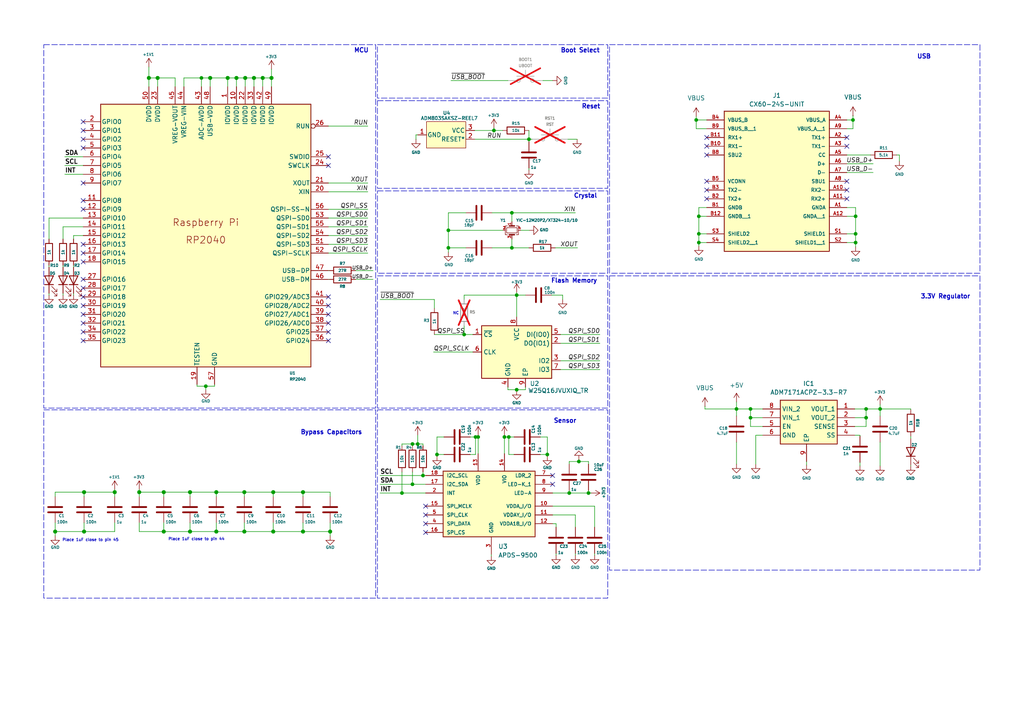
<source format=kicad_sch>
(kicad_sch (version 20231120) (generator "eeschema") (generator_version "8.0")
  (paper "A4")
  (title_block (title "Gesture Recognition Module") (date "2024-04-18") (rev "1.0") (company "Jobit Joseph Semicon Media"))
  (lib_symbols
    (symbol "ADM7171ACPZ-3_3-R7:ADM7171ACPZ-3.3-R7"
      (property "Reference" "IC" (at 5.842 7.62 0))
      (property "Value" "ADM7171ACPZ-3.3-R7" (at 5.842 5.08 0))
      (symbol "ADM7171ACPZ-3.3-R7_1_1"
        (pin passive line (at 26.67 0 180) (length 5.08) (name "VOUT_1") (number "1"))
        (pin passive line (at 26.67 -2.54 180) (length 5.08) (name "VOUT_2") (number "2"))
        (pin passive line (at 26.67 -5.08 180) (length 5.08) (name "SENSE") (number "3"))
        (pin passive line (at 26.67 -7.62 180) (length 5.08) (name "SS") (number "4"))
        (pin passive line (at 0 -5.08 0) (length 5.08) (name "EN") (number "5"))
        (pin passive line (at 0 -7.62 0) (length 5.08) (name "GND") (number "6"))
        (pin passive line (at 0 -2.54 0) (length 5.08) (name "VIN_1") (number "7"))
        (pin passive line (at 0 0 0) (length 5.08) (name "VIN_2") (number "8"))
        (pin passive line (at 12.7 -15.24 90) (length 5.08) (name "EP") (number "9"))
      )
    )
    (symbol "ADM803:ADM803SAKSZ-REEL7" (pin_names (offset 0.254))
      (property "Reference" "U" (at 8.128 8.128 0))
      (property "Value" "ADM803SAKSZ-REEL7" (at 8.382 5.842 0))
      (symbol "ADM803SAKSZ-REEL7_1_1"
        (pin unspecified line (at 0 0 0) (length 2.54) (name "GND") (number "1"))
        (pin unspecified line (at 16.51 -1.27 180) (length 2.54) (name "RESET*") (number "2"))
        (pin power_in line (at 16.51 1.27 180) (length 2.54) (name "VCC") (number "3"))
      )
    )
    (symbol "APDS-9500:APDS-9500" (pin_names (offset 1.016))
      (property "Reference" "U" (at -12.954 19.304 0))
      (property "Value" "APDS-9500" (at -13.716 16.002 0))
      (symbol "APDS-9500_0_0"
        (pin bidirectional line (at 17.78 3.81 180) (length 5.08) (name "VDDA_I/O") (number "10"))
        (pin bidirectional line (at 17.78 1.27 180) (length 5.08) (name "VDDAY_I/O") (number "11"))
        (pin bidirectional line (at 17.78 -1.27 180) (length 5.08) (name "VDDA18_I/O") (number "12"))
        (pin bidirectional line (at -3.81 19.05 270) (length 5.08) (name "VDD") (number "13"))
        (pin bidirectional line (at 3.81 19.05 270) (length 5.08) (name "VIO") (number "14"))
        (pin bidirectional line (at -19.05 3.81 0) (length 5.08) (name "SPI_MCLK") (number "15"))
        (pin bidirectional line (at -19.05 -3.81 0) (length 5.08) (name "SPI_CS") (number "16"))
        (pin bidirectional line (at -19.05 10.16 0) (length 5.08) (name "I2C_SDA") (number "17"))
        (pin bidirectional line (at -19.05 12.7 0) (length 5.08) (name "I2C_SCL") (number "18"))
        (pin bidirectional line (at -19.05 7.62 0) (length 5.08) (name "INT") (number "2"))
        (pin bidirectional line (at 0 -10.16 90) (length 5.08) (name "GND") (number "3"))
        (pin bidirectional line (at -19.05 -1.27 0) (length 5.08) (name "SPI_DATA") (number "4"))
        (pin bidirectional line (at -19.05 1.27 0) (length 5.08) (name "SPI_CLK") (number "5"))
        (pin bidirectional line (at 17.78 12.7 180) (length 5.08) (name "LDR_2") (number "7"))
        (pin bidirectional line (at 17.78 10.16 180) (length 5.08) (name "LED-K_1") (number "8"))
        (pin bidirectional line (at 17.78 7.62 180) (length 5.08) (name "LED-A") (number "9"))
      )
      (symbol "APDS-9500_1_0"
        (pin no_connect line (at -17.78 -15.24 0) (length 5.08) hide (name "~") (number "1"))
        (pin no_connect line (at -17.78 -15.24 0) (length 5.08) hide (name "~") (number "6"))
      )
    )
    (symbol "CIRCUITSTATE-Microcontrollers:RP2040" (pin_names (offset 0.254))
      (property "Reference" "U" (at 1.27 78.74 0))
      (property "Value" "RP2040" (at 30.48 16.51 0))
      (symbol "RP2040_0_0"
        (text "Raspberry Pi" (at 30.48 41.91 0) (effects (font (size 2 2))))
        (text "RP2040" (at 30.48 36.83 0) (effects (font (size 2 2))))
      )
      (symbol "RP2040_1_1"
        (pin power_in line (at 36.83 81.28 270) (length 5.08) (name "IOVDD") (number "1"))
        (pin power_in line (at 39.37 81.28 270) (length 5.08) (name "IOVDD") (number "10"))
        (pin bidirectional line (at -5.08 48.26 0) (length 5.08) (name "GPIO8") (number "11"))
        (pin bidirectional line (at -5.08 45.72 0) (length 5.08) (name "GPIO9") (number "12"))
        (pin bidirectional line (at -5.08 43.18 0) (length 5.08) (name "GPIO10") (number "13"))
        (pin bidirectional line (at -5.08 40.64 0) (length 5.08) (name "GPIO11") (number "14"))
        (pin bidirectional line (at -5.08 38.1 0) (length 5.08) (name "GPIO12") (number "15"))
        (pin bidirectional line (at -5.08 35.56 0) (length 5.08) (name "GPIO13") (number "16"))
        (pin bidirectional line (at -5.08 33.02 0) (length 5.08) (name "GPIO14") (number "17"))
        (pin bidirectional line (at -5.08 30.48 0) (length 5.08) (name "GPIO15") (number "18"))
        (pin input line (at 27.94 -5.08 90) (length 5.08) (name "TESTEN") (number "19"))
        (pin bidirectional line (at -5.08 71.12 0) (length 5.08) (name "GPIO0") (number "2"))
        (pin bidirectional line (at 66.04 50.8 180) (length 5.08) (name "XIN") (number "20"))
        (pin output line (at 66.04 53.34 180) (length 5.08) (name "XOUT") (number "21"))
        (pin power_in line (at 41.91 81.28 270) (length 5.08) (name "IOVDD") (number "22"))
        (pin power_in line (at 16.51 81.28 270) (length 5.08) (name "DVDD") (number "23"))
        (pin unspecified line (at 66.04 58.42 180) (length 5.08) (name "SWCLK") (number "24"))
        (pin unspecified line (at 66.04 60.96 180) (length 5.08) (name "SWDIO") (number "25"))
        (pin input inverted (at 66.04 69.85 180) (length 5.08) (name "RUN") (number "26"))
        (pin bidirectional line (at -5.08 25.4 0) (length 5.08) (name "GPIO16") (number "27"))
        (pin bidirectional line (at -5.08 22.86 0) (length 5.08) (name "GPIO17") (number "28"))
        (pin bidirectional line (at -5.08 20.32 0) (length 5.08) (name "GPIO18") (number "29"))
        (pin bidirectional line (at -5.08 68.58 0) (length 5.08) (name "GPIO1") (number "3"))
        (pin bidirectional line (at -5.08 17.78 0) (length 5.08) (name "GPIO19") (number "30"))
        (pin bidirectional line (at -5.08 15.24 0) (length 5.08) (name "GPIO20") (number "31"))
        (pin bidirectional line (at -5.08 12.7 0) (length 5.08) (name "GPIO21") (number "32"))
        (pin power_in line (at 44.45 81.28 270) (length 5.08) (name "IOVDD") (number "33"))
        (pin bidirectional line (at -5.08 10.16 0) (length 5.08) (name "GPIO22") (number "34"))
        (pin bidirectional line (at -5.08 7.62 0) (length 5.08) (name "GPIO23") (number "35"))
        (pin bidirectional line (at 66.04 7.62 180) (length 5.08) (name "GPIO24") (number "36"))
        (pin bidirectional line (at 66.04 10.16 180) (length 5.08) (name "GPIO25") (number "37"))
        (pin bidirectional line (at 66.04 12.7 180) (length 5.08) (name "GPIO26/ADC0") (number "38"))
        (pin bidirectional line (at 66.04 15.24 180) (length 5.08) (name "GPIO27/ADC1") (number "39"))
        (pin bidirectional line (at -5.08 66.04 0) (length 5.08) (name "GPIO2") (number "4"))
        (pin bidirectional line (at 66.04 17.78 180) (length 5.08) (name "GPIO28/ADC2") (number "40"))
        (pin bidirectional line (at 66.04 20.32 180) (length 5.08) (name "GPIO29/ADC3") (number "41"))
        (pin power_in line (at 46.99 81.28 270) (length 5.08) (name "IOVDD") (number "42"))
        (pin power_in line (at 29.21 81.28 270) (length 5.08) (name "ADC-AVDD") (number "43"))
        (pin power_in line (at 24.13 81.28 270) (length 5.08) (name "VREG-VIN") (number "44"))
        (pin power_out line (at 21.59 81.28 270) (length 5.08) (name "VREG-VOUT") (number "45"))
        (pin bidirectional line (at 66.04 25.4 180) (length 5.08) (name "USB-DM") (number "46"))
        (pin bidirectional line (at 66.04 27.94 180) (length 5.08) (name "USB-DP") (number "47"))
        (pin power_in line (at 31.75 81.28 270) (length 5.08) (name "USB-VDD") (number "48"))
        (pin power_in line (at 49.53 81.28 270) (length 5.08) (name "IOVDD") (number "49"))
        (pin bidirectional line (at -5.08 63.5 0) (length 5.08) (name "GPIO3") (number "5"))
        (pin power_in line (at 13.97 81.28 270) (length 5.08) (name "DVDD") (number "50"))
        (pin bidirectional line (at 66.04 35.56 180) (length 5.08) (name "QSPI-SD3") (number "51"))
        (pin bidirectional line (at 66.04 33.02 180) (length 5.08) (name "QSPI-SCLK") (number "52"))
        (pin bidirectional line (at 66.04 43.18 180) (length 5.08) (name "QSPI-SD0") (number "53"))
        (pin bidirectional line (at 66.04 38.1 180) (length 5.08) (name "QSPI-SD2") (number "54"))
        (pin bidirectional line (at 66.04 40.64 180) (length 5.08) (name "QSPI-SD1") (number "55"))
        (pin bidirectional line (at 66.04 45.72 180) (length 5.08) (name "QSPI-SS-N") (number "56"))
        (pin power_in line (at 33.02 -5.08 90) (length 5.08) (name "GND") (number "57"))
        (pin bidirectional line (at -5.08 60.96 0) (length 5.08) (name "GPIO4") (number "6"))
        (pin bidirectional line (at -5.08 58.42 0) (length 5.08) (name "GPIO5") (number "7"))
        (pin bidirectional line (at -5.08 55.88 0) (length 5.08) (name "GPIO6") (number "8"))
        (pin bidirectional line (at -5.08 53.34 0) (length 5.08) (name "GPIO7") (number "9"))
      )
    )
    (symbol "CX60-24S-UNIT:CX60-24S-UNIT" (pin_names (offset 1.016))
      (property "Reference" "J1" (at 0 19.812 0))
      (property "Value" "CX60-24S-UNIT" (at 0 17.272 0))
      (symbol "CX60-24S-UNIT_0_0"
        (pin power_in line (at -20.32 -12.7 0) (length 5.08) (name "GNDA") (number "A1"))
        (pin bidirectional line (at -20.32 -7.62 0) (length 5.08) (name "RX2-") (number "A10"))
        (pin bidirectional line (at -20.32 -10.16 0) (length 5.08) (name "RX2+") (number "A11"))
        (pin power_in line (at -20.32 -15.24 0) (length 5.08) (name "GNDA__1") (number "A12"))
        (pin bidirectional line (at -20.32 7.62 0) (length 5.08) (name "TX1+") (number "A2"))
        (pin bidirectional line (at -20.32 5.08 0) (length 5.08) (name "TX1-") (number "A3"))
        (pin power_in line (at -20.32 12.7 0) (length 5.08) (name "VBUS_A") (number "A4"))
        (pin bidirectional line (at -20.32 2.54 0) (length 5.08) (name "CC") (number "A5"))
        (pin bidirectional line (at -20.32 0 0) (length 5.08) (name "D+") (number "A6"))
        (pin bidirectional line (at -20.32 -2.54 0) (length 5.08) (name "D-") (number "A7"))
        (pin bidirectional line (at -20.32 -5.08 0) (length 5.08) (name "SBU1") (number "A8"))
        (pin power_in line (at -20.32 10.16 0) (length 5.08) (name "VBUS_A__1") (number "A9"))
        (pin power_in line (at 20.32 -12.7 180) (length 5.08) (name "GNDB") (number "B1"))
        (pin bidirectional line (at 20.32 5.08 180) (length 5.08) (name "RX1-") (number "B10"))
        (pin bidirectional line (at 20.32 7.62 180) (length 5.08) (name "RX1+") (number "B11"))
        (pin power_in line (at 20.32 -15.24 180) (length 5.08) (name "GNDB__1") (number "B12"))
        (pin bidirectional line (at 20.32 -10.16 180) (length 5.08) (name "TX2+") (number "B2"))
        (pin bidirectional line (at 20.32 -7.62 180) (length 5.08) (name "TX2-") (number "B3"))
        (pin power_in line (at 20.32 12.7 180) (length 5.08) (name "VBUS_B") (number "B4"))
        (pin bidirectional line (at 20.32 -5.08 180) (length 5.08) (name "VCONN") (number "B5"))
        (pin bidirectional line (at 20.32 2.54 180) (length 5.08) (name "SBU2") (number "B8"))
        (pin power_in line (at 20.32 10.16 180) (length 5.08) (name "VBUS_B__1") (number "B9"))
        (pin passive line (at -20.32 -20.32 0) (length 5.08) (name "SHIELD1") (number "S1"))
        (pin passive line (at -20.32 -22.86 0) (length 5.08) (name "SHIELD1__1") (number "S2"))
        (pin passive line (at 20.32 -20.32 180) (length 5.08) (name "SHIELD2") (number "S3"))
        (pin passive line (at 20.32 -22.86 180) (length 5.08) (name "SHIELD2__1") (number "S4"))
      )
    )
    (symbol "Device:C" (pin_numbers hide) (pin_names (offset 0.254))
      (property "Reference" "C" (at 0.635 2.54 0))
      (property "Value" "C" (at 0.635 -2.54 0))
      (symbol "C_1_1"
        (pin passive line (at 0 3.81 270) (length 2.794) (name "~") (number "1"))
        (pin passive line (at 0 -3.81 90) (length 2.794) (name "~") (number "2"))
      )
    )
    (symbol "Device:Crystal_GND24_Small" (pin_names (offset 1.016) hide)
      (property "Reference" "Y" (at 1.27 4.445 0))
      (property "Value" "Crystal_GND24_Small" (at 1.27 2.54 0))
      (symbol "Crystal_GND24_Small_1_1"
        (pin passive line (at -2.54 0 0) (length 1.27) (name "1") (number "1"))
        (pin passive line (at 0 -2.54 90) (length 0.635) (name "2") (number "2"))
        (pin passive line (at 2.54 0 180) (length 1.27) (name "3") (number "3"))
        (pin passive line (at 0 2.54 270) (length 0.635) (name "4") (number "4"))
      )
    )
    (symbol "Device:LED" (pin_numbers hide) (pin_names (offset 1.016) hide)
      (property "Reference" "D" (at 0 2.54 0))
      (property "Value" "LED" (at 0 -2.54 0))
      (symbol "LED_1_1"
        (pin passive line (at -3.81 0 0) (length 2.54) (name "K") (number "1"))
        (pin passive line (at 3.81 0 180) (length 2.54) (name "A") (number "2"))
      )
    )
    (symbol "Device:R" (pin_numbers hide) (pin_names (offset 0))
      (property "Reference" "R" (at 2.032 0 90))
      (property "Value" "R" (at 0 0 90))
      (symbol "R_1_1"
        (pin passive line (at 0 3.81 270) (length 1.27) (name "~") (number "1"))
        (pin passive line (at 0 -3.81 90) (length 1.27) (name "~") (number "2"))
      )
    )
    (symbol "Switch:SW_Push" (pin_numbers hide) (pin_names (offset 1.016) hide)
      (property "Reference" "SW" (at 1.27 2.54 0))
      (property "Value" "SW_Push" (at 0 -1.524 0))
      (symbol "SW_Push_0_1"
        (pin passive line (at -5.08 0 0) (length 2.54) (name "1") (number "1"))
        (pin passive line (at 5.08 0 180) (length 2.54) (name "2") (number "2"))
      )
    )
    (symbol "W25Q16JVUXIQ_TR:W25Q16JVUXIQ_TR"
      (property "Reference" "U" (at -19.812 12.7 0))
      (property "Value" "W25Q16JVUXIQ_TR" (at -19.812 10.16 0))
      (symbol "W25Q16JVUXIQ_TR_1_1"
        (pin passive line (at -12.7 5.08 0) (length 2.54) (name "~{CS}") (number "1"))
        (pin passive line (at 12.7 2.54 180) (length 2.54) (name "DO(IO1)") (number "2"))
        (pin passive line (at 12.7 -2.54 180) (length 2.54) (name "IO2") (number "3"))
        (pin passive line (at -2.54 -10.16 90) (length 2.54) (name "GND") (number "4"))
        (pin passive line (at 12.7 5.08 180) (length 2.54) (name "DI(IO0)") (number "5"))
        (pin passive line (at -12.7 0 0) (length 2.54) (name "CLK") (number "6"))
        (pin passive line (at 12.7 -5.08 180) (length 2.54) (name "IO3") (number "7"))
        (pin passive line (at 0 10.16 270) (length 2.54) (name "VCC") (number "8"))
        (pin passive line (at 2.54 -10.16 90) (length 2.54) (name "EP") (number "9"))
      )
    )
    (symbol "power:+1V1" (power) (pin_names (offset 0))
      (property "Value" "+1V1" (at 0 3.556 0))
      (symbol "+1V1_1_1"
        (pin power_in line (at 0 0 90) (length 0) hide (name "+1V1") (number "1"))
      )
    )
    (symbol "power:+3V3" (power) (pin_names (offset 0))
      (property "Value" "+3V3" (at 0 3.556 0))
      (symbol "+3V3_1_1"
        (pin power_in line (at 0 0 90) (length 0) hide (name "+3V3") (number "1"))
      )
    )
    (symbol "power:+5V" (power) (pin_names (offset 0))
      (property "Value" "+5V" (at 0 3.556 0))
      (symbol "+5V_1_1"
        (pin power_in line (at 0 0 90) (length 0) hide (name "+5V") (number "1"))
      )
    )
    (symbol "power:GND" (power) (pin_names (offset 0))
      (property "Value" "GND" (at 0 -3.81 0))
      (symbol "GND_1_1"
        (pin power_in line (at 0 0 270) (length 0) hide (name "GND") (number "1"))
      )
    )
    (symbol "power:VBUS" (power) (pin_numbers hide) (pin_names (offset 0) hide)
      (property "Value" "VBUS" (at 0 3.556 0))
      (symbol "VBUS_1_1"
        (pin power_in line (at 0 0 90) (length 0) (name "~") (number "1"))
      )
    )
  )
  (junction (at 146.304 126.746))
  (junction (at 121.158 128.778))
  (junction (at 43.18 22.606) (diameter 1.016))
  (junction (at 149.86 85.598))
  (junction (at 62.738 154.178) (diameter 1.016))
  (junction (at 47.498 154.178) (diameter 1.016))
  (junction (at 248.158 62.738))
  (junction (at 66.04 22.606) (diameter 1.016))
  (junction (at 59.69 112.014))
  (junction (at 16.002 154.178) (diameter 1.016))
  (junction (at 119.634 128.778))
  (junction (at 251.206 121.158))
  (junction (at 71.12 22.606) (diameter 1.016))
  (junction (at 167.894 133.858))
  (junction (at 153.416 40.386))
  (junction (at 47.498 142.748) (diameter 1.016))
  (junction (at 73.66 22.606) (diameter 1.016))
  (junction (at 137.922 126.746))
  (junction (at 95.758 154.178) (diameter 1.016))
  (junction (at 147.574 126.746))
  (junction (at 149.86 113.03))
  (junction (at 202.692 67.818))
  (junction (at 87.884 154.178) (diameter 1.016))
  (junction (at 138.684 126.746))
  (junction (at 78.74 22.606) (diameter 1.016))
  (junction (at 165.1 143.002))
  (junction (at 24.384 154.178) (diameter 1.016))
  (junction (at 24.384 142.748) (diameter 1.016))
  (junction (at 158.75 131.826))
  (junction (at 116.586 143.002))
  (junction (at 130.048 71.882))
  (junction (at 217.678 121.158))
  (junction (at 148.463 61.722))
  (junction (at 79.248 142.748) (diameter 1.016))
  (junction (at 213.614 118.618))
  (junction (at 119.634 140.462))
  (junction (at 45.72 22.606) (diameter 1.016))
  (junction (at 70.866 154.178) (diameter 1.016))
  (junction (at 170.688 143.002))
  (junction (at 58.42 22.606))
  (junction (at 33.274 142.748) (diameter 1.016))
  (junction (at 60.96 22.606) (diameter 1.016))
  (junction (at 79.248 154.178) (diameter 1.016))
  (junction (at 148.463 71.882))
  (junction (at 126.746 131.826))
  (junction (at 201.93 34.798))
  (junction (at 76.2 22.606) (diameter 1.016))
  (junction (at 70.866 142.748) (diameter 1.016))
  (junction (at 87.884 142.748) (diameter 1.016))
  (junction (at 68.58 22.606) (diameter 1.016))
  (junction (at 248.158 70.358))
  (junction (at 202.692 70.358))
  (junction (at 251.206 118.618))
  (junction (at 55.118 154.178) (diameter 1.016))
  (junction (at 217.678 118.618))
  (junction (at 247.396 34.798))
  (junction (at 255.27 118.618))
  (junction (at 143.256 37.846))
  (junction (at 62.738 142.748) (diameter 1.016))
  (junction (at 248.158 67.818))
  (junction (at 202.692 62.738))
  (junction (at 130.048 66.802))
  (junction (at 55.118 142.748) (diameter 1.016))
  (junction (at 40.386 142.748) (diameter 1.016))
  (junction (at 134.62 97.028))
  (junction (at 122.682 137.922))
  (no_connect (at 24.13 88.646))
  (no_connect (at 204.978 39.878))
  (no_connect (at 95.25 86.106))
  (no_connect (at 24.13 98.806))
  (no_connect (at 24.13 86.106))
  (no_connect (at 24.13 75.946))
  (no_connect (at 95.25 88.646))
  (no_connect (at 123.444 151.892))
  (no_connect (at 160.274 140.462))
  (no_connect (at 24.13 96.266))
  (no_connect (at 24.13 37.846))
  (no_connect (at 245.618 52.578))
  (no_connect (at 204.978 42.418))
  (no_connect (at 95.25 91.186))
  (no_connect (at 245.618 55.118))
  (no_connect (at 24.13 73.406))
  (no_connect (at 24.13 35.306))
  (no_connect (at 24.13 42.926))
  (no_connect (at 24.13 40.386))
  (no_connect (at 245.618 39.878))
  (no_connect (at 245.618 42.418))
  (no_connect (at 123.444 149.352))
  (no_connect (at 24.13 58.166))
  (no_connect (at 95.25 45.466))
  (no_connect (at 204.978 44.958))
  (no_connect (at 24.13 93.726))
  (no_connect (at 204.978 57.658))
  (no_connect (at 95.25 96.266))
  (no_connect (at 123.444 146.812))
  (no_connect (at 24.13 91.186))
  (no_connect (at 24.13 53.086))
  (no_connect (at 245.618 57.658))
  (no_connect (at 160.274 137.922))
  (no_connect (at 204.978 55.118))
  (no_connect (at 24.13 81.026))
  (no_connect (at 95.25 98.806))
  (no_connect (at 95.25 93.726))
  (no_connect (at 123.444 154.432))
  (no_connect (at 204.978 52.578))
  (no_connect (at 95.25 48.006))
  (no_connect (at 24.13 83.566))
  (no_connect (at 24.13 60.706))
  (no_connect (at 24.13 70.866))
  (wire (pts (xy 24.384 154.178) (xy 24.384 151.638)))
  (wire (pts (xy 170.688 142.24) (xy 170.688 143.002)))
  (wire (pts (xy 59.69 112.014) (xy 57.15 112.014)))
  (wire (pts (xy 219.202 126.238) (xy 221.234 126.238)))
  (wire (pts (xy 146.304 126.746) (xy 147.574 126.746)))
  (wire (pts (xy 156.718 131.826) (xy 158.75 131.826)))
  (wire (pts (xy 264.16 134.874) (xy 264.16 135.128)))
  (wire (pts (xy 161.29 151.892) (xy 160.274 151.892)))
  (wire (pts (xy 142.494 161.29) (xy 142.494 160.782)))
  (wire (pts (xy 202.692 67.818) (xy 202.692 70.358)))
  (wire (pts (xy 264.16 126.492) (xy 264.16 127.254)))
  (wire (pts (xy 45.72 25.146) (xy 45.72 22.606)))
  (wire (pts (xy 116.586 129.286) (xy 116.586 128.778)))
  (wire (pts (xy 50.8 25.146) (xy 50.8 22.606)))
  (wire (pts (xy 33.274 151.638) (xy 33.274 154.178)))
  (wire (pts (xy 95.758 151.638) (xy 95.758 154.178)))
  (wire (pts (xy 245.618 60.198) (xy 248.158 60.198)))
  (wire (pts (xy 135.128 71.882) (xy 130.048 71.882)))
  (wire (pts (xy 153.416 49.276) (xy 153.416 48.768)))
  (wire (pts (xy 170.688 143.002) (xy 171.45 143.002)))
  (wire (pts (xy 160.274 23.368) (xy 157.48 23.368)))
  (wire (pts (xy 33.274 142.748) (xy 33.274 144.018)))
  (wire (pts (xy 68.58 25.146) (xy 68.58 22.606)))
  (wire (pts (xy 43.18 19.431) (xy 43.18 22.606)))
  (wire (pts (xy 120.65 39.116) (xy 121.158 39.116)))
  (wire (pts (xy 95.25 36.576) (xy 106.68 36.576)))
  (wire (pts (xy 95.25 73.406) (xy 106.68 73.406)))
  (wire (pts (xy 134.62 85.598) (xy 149.86 85.598)))
  (wire (pts (xy 62.738 151.638) (xy 62.738 154.178)))
  (wire (pts (xy 21.336 77.47) (xy 21.336 76.962)))
  (wire (pts (xy 33.274 141.986) (xy 33.274 142.748)))
  (wire (pts (xy 160.274 143.002) (xy 165.1 143.002)))
  (wire (pts (xy 213.614 118.618) (xy 217.678 118.618)))
  (wire (pts (xy 134.62 94.488) (xy 134.62 97.028)))
  (wire (pts (xy 151.003 66.802) (xy 153.543 66.802)))
  (wire (pts (xy 130.048 61.722) (xy 130.048 66.802)))
  (wire (pts (xy 68.58 22.606) (xy 71.12 22.606)))
  (wire (pts (xy 76.2 22.606) (xy 76.2 25.146)))
  (wire (pts (xy 255.27 118.618) (xy 264.16 118.618)))
  (wire (pts (xy 79.248 144.018) (xy 79.248 142.748)))
  (wire (pts (xy 204.978 67.818) (xy 202.692 67.818)))
  (wire (pts (xy 149.86 85.598) (xy 152.4 85.598)))
  (wire (pts (xy 248.158 62.738) (xy 245.618 62.738)))
  (wire (pts (xy 248.158 70.358) (xy 248.158 71.628)))
  (wire (pts (xy 142.748 61.722) (xy 148.463 61.722)))
  (wire (pts (xy 122.682 137.922) (xy 123.444 137.922)))
  (wire (pts (xy 162.56 99.568) (xy 173.99 99.568)))
  (wire (pts (xy 160.274 149.352) (xy 166.878 149.352)))
  (wire (pts (xy 137.922 131.826) (xy 137.922 126.746)))
  (wire (pts (xy 43.18 22.606) (xy 45.72 22.606)))
  (wire (pts (xy 16.002 151.638) (xy 16.002 154.178)))
  (wire (pts (xy 152.4 113.03) (xy 149.86 113.03)))
  (wire (pts (xy 248.158 70.358) (xy 245.618 70.358)))
  (wire (pts (xy 18.796 50.546) (xy 24.13 50.546)))
  (wire (pts (xy 170.688 133.858) (xy 167.894 133.858)))
  (wire (pts (xy 153.416 37.846) (xy 153.416 40.386)))
  (wire (pts (xy 137.922 126.746) (xy 136.398 126.746)))
  (wire (pts (xy 87.884 154.178) (xy 95.758 154.178)))
  (wire (pts (xy 70.866 151.638) (xy 70.866 154.178)))
  (wire (pts (xy 135.128 61.722) (xy 130.048 61.722)))
  (wire (pts (xy 116.586 128.778) (xy 119.634 128.778)))
  (wire (pts (xy 204.978 60.198) (xy 202.692 60.198)))
  (wire (pts (xy 87.884 154.178) (xy 79.248 154.178)))
  (wire (pts (xy 53.34 25.146) (xy 53.34 22.606)))
  (wire (pts (xy 134.62 86.868) (xy 134.62 85.598)))
  (wire (pts (xy 95.25 55.626) (xy 106.68 55.626)))
  (wire (pts (xy 79.248 142.748) (xy 87.884 142.748)))
  (wire (pts (xy 24.13 63.246) (xy 14.224 63.246)))
  (wire (pts (xy 16.002 142.748) (xy 24.384 142.748)))
  (wire (pts (xy 47.498 151.638) (xy 47.498 154.178)))
  (wire (pts (xy 40.386 142.748) (xy 40.386 144.018)))
  (wire (pts (xy 66.04 25.146) (xy 66.04 22.606)))
  (wire (pts (xy 95.25 53.086) (xy 106.68 53.086)))
  (wire (pts (xy 170.688 134.62) (xy 170.688 133.858)))
  (wire (pts (xy 255.27 117.348) (xy 255.27 118.618)))
  (wire (pts (xy 18.288 65.786) (xy 18.288 69.342)))
  (wire (pts (xy 253.238 50.038) (xy 245.618 50.038)))
  (wire (pts (xy 24.13 65.786) (xy 18.288 65.786)))
  (wire (pts (xy 79.248 154.178) (xy 70.866 154.178)))
  (wire (pts (xy 95.758 144.018) (xy 95.758 142.748)))
  (wire (pts (xy 87.884 142.748) (xy 95.758 142.748)))
  (wire (pts (xy 245.618 37.338) (xy 247.396 37.338)))
  (wire (pts (xy 62.738 142.748) (xy 70.866 142.748)))
  (wire (pts (xy 143.256 37.846) (xy 145.796 37.846)))
  (wire (pts (xy 162.56 107.188) (xy 173.99 107.188)))
  (wire (pts (xy 156.718 126.746) (xy 158.75 126.746)))
  (wire (pts (xy 103.124 81.026) (xy 108.204 81.026)))
  (wire (pts (xy 166.878 149.352) (xy 166.878 152.908)))
  (wire (pts (xy 153.416 40.386) (xy 153.416 41.148)))
  (wire (pts (xy 146.304 126.238) (xy 146.304 126.746)))
  (wire (pts (xy 53.34 22.606) (xy 58.42 22.606)))
  (wire (pts (xy 60.96 22.606) (xy 66.04 22.606)))
  (wire (pts (xy 95.25 78.486) (xy 95.504 78.486)))
  (wire (pts (xy 247.396 34.798) (xy 247.396 37.338)))
  (wire (pts (xy 217.678 121.158) (xy 221.234 121.158)))
  (wire (pts (xy 130.048 66.802) (xy 130.048 71.882)))
  (wire (pts (xy 248.158 60.198) (xy 248.158 62.738)))
  (wire (pts (xy 147.574 126.746) (xy 149.098 126.746)))
  (wire (pts (xy 47.498 144.018) (xy 47.498 142.748)))
  (wire (pts (xy 121.158 128.778) (xy 122.682 128.778)))
  (wire (pts (xy 110.236 137.922) (xy 122.682 137.922)))
  (wire (pts (xy 137.668 40.386) (xy 153.416 40.386)))
  (wire (pts (xy 14.224 85.598) (xy 14.224 85.09)))
  (wire (pts (xy 125.984 97.028) (xy 134.62 97.028)))
  (wire (pts (xy 70.866 142.748) (xy 79.248 142.748)))
  (wire (pts (xy 18.288 77.47) (xy 18.288 76.962)))
  (wire (pts (xy 95.25 60.706) (xy 106.68 60.706)))
  (wire (pts (xy 59.69 112.014) (xy 62.23 112.014)))
  (wire (pts (xy 130.048 66.802) (xy 145.923 66.802)))
  (wire (pts (xy 204.47 117.856) (xy 204.47 118.618)))
  (wire (pts (xy 18.796 48.006) (xy 24.13 48.006)))
  (wire (pts (xy 260.858 44.958) (xy 260.096 44.958)))
  (wire (pts (xy 149.86 113.03) (xy 149.86 113.284)))
  (wire (pts (xy 249.428 134.112) (xy 249.428 135.128)))
  (wire (pts (xy 148.463 71.882) (xy 153.416 71.882)))
  (wire (pts (xy 95.25 68.326) (xy 106.68 68.326)))
  (wire (pts (xy 161.29 161.036) (xy 161.29 160.528)))
  (wire (pts (xy 245.618 34.798) (xy 247.396 34.798)))
  (wire (pts (xy 162.56 97.028) (xy 173.99 97.028)))
  (wire (pts (xy 255.27 128.27) (xy 255.27 135.128)))
  (wire (pts (xy 160.02 85.598) (xy 163.195 85.598)))
  (wire (pts (xy 158.75 126.746) (xy 158.75 131.826)))
  (wire (pts (xy 201.93 33.782) (xy 201.93 34.798)))
  (wire (pts (xy 221.234 123.698) (xy 217.678 123.698)))
  (wire (pts (xy 165.1 143.002) (xy 165.1 142.24)))
  (wire (pts (xy 219.202 134.62) (xy 219.202 126.238)))
  (wire (pts (xy 57.15 112.014) (xy 57.15 111.506)))
  (wire (pts (xy 24.384 144.018) (xy 24.384 142.748)))
  (wire (pts (xy 149.86 113.03) (xy 147.32 113.03)))
  (wire (pts (xy 59.69 112.014) (xy 59.69 113.03)))
  (wire (pts (xy 103.124 78.486) (xy 108.204 78.486)))
  (wire (pts (xy 251.206 118.618) (xy 255.27 118.618)))
  (wire (pts (xy 70.866 144.018) (xy 70.866 142.748)))
  (wire (pts (xy 66.04 22.606) (xy 68.58 22.606)))
  (wire (pts (xy 142.748 71.882) (xy 148.463 71.882)))
  (wire (pts (xy 47.498 142.748) (xy 55.118 142.748)))
  (wire (pts (xy 33.274 154.178) (xy 24.384 154.178)))
  (wire (pts (xy 213.614 128.27) (xy 213.614 134.62)))
  (wire (pts (xy 71.12 22.606) (xy 73.66 22.606)))
  (wire (pts (xy 130.81 23.368) (xy 147.32 23.368)))
  (wire (pts (xy 62.738 144.018) (xy 62.738 142.748)))
  (wire (pts (xy 116.586 136.906) (xy 116.586 143.002)))
  (wire (pts (xy 16.002 154.178) (xy 16.002 155.448)))
  (wire (pts (xy 24.384 142.748) (xy 33.274 142.748)))
  (wire (pts (xy 204.978 34.798) (xy 201.93 34.798)))
  (wire (pts (xy 95.25 81.026) (xy 95.504 81.026)))
  (wire (pts (xy 110.236 86.868) (xy 125.984 86.868)))
  (wire (pts (xy 165.1 134.62) (xy 165.1 133.858)))
  (wire (pts (xy 14.224 63.246) (xy 14.224 69.342)))
  (wire (pts (xy 158.75 131.826) (xy 158.75 132.334)))
  (wire (pts (xy 166.878 161.036) (xy 166.878 160.528)))
  (wire (pts (xy 248.158 62.738) (xy 248.158 67.818)))
  (wire (pts (xy 78.74 25.146) (xy 78.74 22.606)))
  (wire (pts (xy 201.93 34.798) (xy 201.93 37.338)))
  (wire (pts (xy 87.884 151.638) (xy 87.884 154.178)))
  (wire (pts (xy 247.904 118.618) (xy 251.206 118.618)))
  (wire (pts (xy 167.894 133.858) (xy 167.894 133.35)))
  (wire (pts (xy 161.036 71.882) (xy 167.513 71.882)))
  (wire (pts (xy 149.86 85.598) (xy 149.86 91.948)))
  (wire (pts (xy 149.098 131.826) (xy 147.574 131.826)))
  (wire (pts (xy 21.336 68.326) (xy 21.336 69.342)))
  (wire (pts (xy 204.978 37.338) (xy 201.93 37.338)))
  (wire (pts (xy 153.416 40.386) (xy 154.432 40.386)))
  (wire (pts (xy 95.25 65.786) (xy 106.68 65.786)))
  (wire (pts (xy 247.904 121.158) (xy 251.206 121.158)))
  (wire (pts (xy 62.23 112.014) (xy 62.23 111.506)))
  (wire (pts (xy 71.12 25.146) (xy 71.12 22.606)))
  (wire (pts (xy 58.42 22.606) (xy 60.96 22.606)))
  (wire (pts (xy 95.25 63.246) (xy 106.68 63.246)))
  (wire (pts (xy 128.778 126.746) (xy 126.746 126.746)))
  (wire (pts (xy 137.922 126.746) (xy 138.684 126.746)))
  (wire (pts (xy 95.25 70.866) (xy 106.68 70.866)))
  (wire (pts (xy 213.614 116.586) (xy 213.614 118.618)))
  (wire (pts (xy 58.42 22.606) (xy 58.42 25.146)))
  (wire (pts (xy 62.738 154.178) (xy 55.118 154.178)))
  (wire (pts (xy 78.74 20.066) (xy 78.74 22.606)))
  (wire (pts (xy 251.206 121.158) (xy 251.206 118.618)))
  (wire (pts (xy 147.32 113.03) (xy 147.32 112.268)))
  (wire (pts (xy 163.195 85.598) (xy 163.195 86.868)))
  (wire (pts (xy 147.574 131.826) (xy 147.574 126.746)))
  (wire (pts (xy 116.586 143.002) (xy 123.444 143.002)))
  (wire (pts (xy 255.27 118.618) (xy 255.27 120.65)))
  (wire (pts (xy 165.1 133.858) (xy 167.894 133.858)))
  (wire (pts (xy 253.238 47.498) (xy 245.618 47.498)))
  (wire (pts (xy 18.288 85.598) (xy 18.288 85.09)))
  (wire (pts (xy 170.688 143.002) (xy 165.1 143.002)))
  (wire (pts (xy 73.66 25.146) (xy 73.66 22.606)))
  (wire (pts (xy 137.668 37.846) (xy 143.256 37.846)))
  (wire (pts (xy 204.978 62.738) (xy 202.692 62.738)))
  (wire (pts (xy 40.386 142.748) (xy 47.498 142.748)))
  (wire (pts (xy 172.466 161.036) (xy 172.466 160.528)))
  (wire (pts (xy 149.86 84.836) (xy 149.86 85.598)))
  (wire (pts (xy 95.758 154.178) (xy 95.758 155.448)))
  (wire (pts (xy 161.29 152.908) (xy 161.29 151.892)))
  (wire (pts (xy 55.118 144.018) (xy 55.118 142.748)))
  (wire (pts (xy 148.463 61.722) (xy 148.463 64.262)))
  (wire (pts (xy 167.386 40.386) (xy 164.592 40.386)))
  (wire (pts (xy 128.778 131.826) (xy 126.746 131.826)))
  (wire (pts (xy 204.47 118.618) (xy 213.614 118.618)))
  (wire (pts (xy 152.4 112.268) (xy 152.4 113.03)))
  (wire (pts (xy 148.463 61.722) (xy 166.878 61.722)))
  (wire (pts (xy 130.048 71.882) (xy 130.048 73.152)))
  (wire (pts (xy 136.398 131.826) (xy 137.922 131.826)))
  (wire (pts (xy 76.2 22.606) (xy 78.74 22.606)))
  (wire (pts (xy 110.236 143.002) (xy 116.586 143.002)))
  (wire (pts (xy 21.336 68.326) (xy 24.13 68.326)))
  (wire (pts (xy 217.678 121.158) (xy 217.678 118.618)))
  (wire (pts (xy 217.678 118.618) (xy 221.234 118.618)))
  (wire (pts (xy 217.678 123.698) (xy 217.678 121.158)))
  (wire (pts (xy 60.96 25.146) (xy 60.96 22.606)))
  (wire (pts (xy 247.904 123.698) (xy 251.206 123.698)))
  (wire (pts (xy 252.476 44.958) (xy 245.618 44.958)))
  (wire (pts (xy 202.692 70.358) (xy 202.692 71.374)))
  (wire (pts (xy 119.634 129.286) (xy 119.634 128.778)))
  (wire (pts (xy 143.256 37.846) (xy 143.256 37.084)))
  (wire (pts (xy 204.978 70.358) (xy 202.692 70.358)))
  (wire (pts (xy 43.18 22.606) (xy 43.18 25.146)))
  (wire (pts (xy 264.16 118.872) (xy 264.16 118.618)))
  (wire (pts (xy 119.634 136.906) (xy 119.634 140.462)))
  (wire (pts (xy 14.224 77.47) (xy 14.224 76.962)))
  (wire (pts (xy 126.746 126.746) (xy 126.746 131.826)))
  (wire (pts (xy 138.684 126.746) (xy 138.684 131.572)))
  (wire (pts (xy 202.692 62.738) (xy 202.692 67.818)))
  (wire (pts (xy 134.62 97.028) (xy 137.16 97.028)))
  (wire (pts (xy 248.158 67.818) (xy 245.618 67.818)))
  (wire (pts (xy 172.466 152.908) (xy 172.466 146.812)))
  (wire (pts (xy 21.336 85.598) (xy 21.336 85.09)))
  (wire (pts (xy 121.158 126.238) (xy 121.158 128.778)))
  (wire (pts (xy 55.118 151.638) (xy 55.118 154.178)))
  (wire (pts (xy 110.236 140.462) (xy 119.634 140.462)))
  (wire (pts (xy 122.682 129.286) (xy 122.682 128.778)))
  (wire (pts (xy 162.56 104.648) (xy 173.99 104.648)))
  (wire (pts (xy 146.304 126.746) (xy 146.304 131.572)))
  (wire (pts (xy 233.934 134.874) (xy 233.934 133.858)))
  (wire (pts (xy 120.65 40.386) (xy 120.65 39.116)))
  (wire (pts (xy 16.002 154.178) (xy 24.384 154.178)))
  (wire (pts (xy 50.8 22.606) (xy 45.72 22.606)))
  (wire (pts (xy 249.428 126.238) (xy 249.428 126.492)))
  (wire (pts (xy 247.904 126.238) (xy 249.428 126.238)))
  (wire (pts (xy 40.386 154.178) (xy 47.498 154.178)))
  (wire (pts (xy 260.858 46.736) (xy 260.858 44.958)))
  (wire (pts (xy 247.396 33.528) (xy 247.396 34.798)))
  (wire (pts (xy 172.466 146.812) (xy 160.274 146.812)))
  (wire (pts (xy 202.692 60.198) (xy 202.692 62.738)))
  (wire (pts (xy 125.73 102.108) (xy 137.16 102.108)))
  (wire (pts (xy 213.614 118.618) (xy 213.614 120.65)))
  (wire (pts (xy 119.634 140.462) (xy 123.444 140.462)))
  (wire (pts (xy 138.684 126.238) (xy 138.684 126.746)))
  (wire (pts (xy 87.884 144.018) (xy 87.884 142.748)))
  (wire (pts (xy 248.158 67.818) (xy 248.158 70.358)))
  (wire (pts (xy 122.682 136.906) (xy 122.682 137.922)))
  (wire (pts (xy 55.118 154.178) (xy 47.498 154.178)))
  (wire (pts (xy 148.463 69.342) (xy 148.463 71.882)))
  (wire (pts (xy 73.66 22.606) (xy 76.2 22.606)))
  (wire (pts (xy 70.866 154.178) (xy 62.738 154.178)))
  (wire (pts (xy 55.118 142.748) (xy 62.738 142.748)))
  (wire (pts (xy 125.984 86.868) (xy 125.984 89.408)))
  (wire (pts (xy 126.746 131.826) (xy 126.746 132.334)))
  (wire (pts (xy 79.248 151.638) (xy 79.248 154.178)))
  (wire (pts (xy 18.796 45.466) (xy 24.13 45.466)))
  (wire (pts (xy 40.386 141.986) (xy 40.386 142.748)))
  (wire (pts (xy 119.634 128.778) (xy 121.158 128.778)))
  (wire (pts (xy 16.002 144.018) (xy 16.002 142.748)))
  (wire (pts (xy 40.386 151.638) (xy 40.386 154.178)))
  (wire (pts (xy 251.206 123.698) (xy 251.206 121.158)))
  (rectangle (start 176.784 80.01) (end 284.226 165.354) (stroke (width 0) (type dash)))
  (rectangle (start 176.784 12.954) (end 284.226 79.248) (stroke (width 0) (type dash)))
  (rectangle (start 109.474 12.954) (end 176.276 28.448) (stroke (width 0) (type dash)))
  (rectangle (start 109.474 80.01) (end 176.276 118.364) (stroke (width 0) (type dash)))
  (rectangle (start 109.474 29.21) (end 176.276 54.61) (stroke (width 0) (type dash)))
  (rectangle (start 109.474 118.872) (end 176.276 173.482) (stroke (width 0) (type dash)))
  (rectangle (start 12.7 12.954) (end 108.966 118.364) (stroke (width 0) (type dash)))
  (rectangle (start 109.474 55.372) (end 176.276 79.248) (stroke (width 0) (type dash)))
  (rectangle (start 12.7 118.872) (end 108.966 173.482) (stroke (width 0) (type dash)))
  (text "Reset" (at 168.656 31.75 0) (effects (font (size 1.27 1.27) (bold yes)) (justify left bottom)))
  (text "MCU" (at 102.616 15.494 0) (effects (font (size 1.27 1.27) (thickness 0.254) (bold yes)) (justify left bottom)))
  (text "Place 1uF close to pin 45" (at 18.034 157.226 0) (effects (font (size 0.8 0.8)) (justify left bottom)))
  (text "Crystal" (at 166.37 57.658 0) (effects (font (size 1.27 1.27) (bold yes)) (justify left bottom)))
  (text "USB" (at 265.938 17.272 0) (effects (font (size 1.27 1.27) (thickness 0.254) (bold yes)) (justify left bottom)))
  (text "NC\n" (at 131.318 91.44 0) (effects (font (size 0.8 0.8)) (justify left bottom)))
  (text "Flash Memory" (at 159.766 82.296 0) (effects (font (size 1.27 1.27) (thickness 0.254) (bold yes)) (justify left bottom)))
  (text "Boot Select\n" (at 162.56 15.494 0) (effects (font (size 1.27 1.27) (thickness 0.254) (bold yes)) (justify left bottom)))
  (text "Place 1uF close to pin 44" (at 48.768 156.972 0) (effects (font (size 0.8 0.8)) (justify left bottom)))
  (text "Sensor" (at 160.528 122.936 0) (effects (font (size 1.27 1.27) (thickness 0.254) (bold yes)) (justify left bottom)))
  (text "3.3V Regulator" (at 266.954 86.868 0) (effects (font (size 1.27 1.27) (thickness 0.254) (bold yes)) (justify left bottom)))
  (text "Bypass Capacitors" (at 87.122 126.238 0) (effects (font (size 1.27 1.27) (thickness 0.254) (bold yes)) (justify left bottom)))
  (label "SDA" (at 110.236 140.462 0) (effects (font (thickness 0.254) (bold yes))))
  (label "QSPI_SCLK" (at 125.73 102.108 0) (effects (font (italic yes))))
  (label "QSPI_SD1" (at 106.68 65.786 180) (effects (font (italic yes))))
  (label "QSPI_SD3" (at 106.68 70.866 180) (effects (font (italic yes))))
  (label "QSPI_SD3" (at 173.99 107.188 180) (effects (font (italic yes))))
  (label "QSPI_SD1" (at 173.99 99.568 180) (effects (font (italic yes))))
  (label "QSPI_SS" (at 106.68 60.706 180) (effects (font (italic yes))))
  (label "USB_D+" (at 253.238 47.498 180) (effects (font (italic yes))))
  (label "QSPI_SCLK" (at 106.68 73.406 180) (effects (font (italic yes))))
  (label "QSPI_SD2" (at 173.99 104.648 180) (effects (font (italic yes))))
  (label "~{USB_BOOT}" (at 110.236 86.868 0) (effects (font (italic yes))))
  (label "XIN" (at 106.68 55.626 180) (effects (font (italic yes))))
  (label "XOUT" (at 167.513 71.882 180) (effects (font (italic yes))))
  (label "USB_D+" (at 108.204 78.486 180) (effects (font (size 1 1) (italic yes))))
  (label "SCL" (at 110.236 137.922 0) (effects (font (thickness 0.254) (bold yes))))
  (label "XOUT" (at 106.68 53.086 180) (effects (font (italic yes))))
  (label "SCL" (at 18.796 48.006 0) (effects (font (thickness 0.254) (bold yes))))
  (label "USB_D-" (at 253.238 50.038 180) (effects (font (italic yes))))
  (label "QSPI_SD2" (at 106.68 68.326 180) (effects (font (italic yes))))
  (label "QSPI_SS" (at 126.746 97.028 0) (effects (font (italic yes))))
  (label "INT" (at 18.796 50.546 0) (effects (font (thickness 0.254) (bold yes))))
  (label "USB_D-" (at 108.204 81.026 180) (effects (font (size 1 1) (italic yes))))
  (label "QSPI_SD0" (at 173.99 97.028 180) (effects (font (italic yes))))
  (label "SDA" (at 18.796 45.466 0) (effects (font (thickness 0.254) (bold yes))))
  (label "XIN" (at 166.878 61.722 180) (effects (font (italic yes))))
  (label "RUN" (at 106.68 36.576 180) (effects (font (italic yes))))
  (label "RUN" (at 141.224 40.386 0) (effects (font (italic yes))))
  (label "QSPI_SD0" (at 106.68 63.246 180) (effects (font (italic yes))))
  (label "~{USB_BOOT}" (at 130.81 23.368 0) (effects (font (italic yes))))
  (label "INT" (at 110.236 143.002 0) (effects (font (thickness 0.254) (bold yes))))
  (symbol (lib_id "Device:C") (at 172.466 156.718 0) (unit 1)
    (property "Reference" "C25" (at 173.482 158.4706 0) (effects (font (size 0.8 0.8)) (justify left)))
    (property "Value" "100n" (at 172.974 160.274 0) (effects (font (size 0.8 0.8)) (justify left)))
    (property "Footprint" "Capacitor_SMD:C_0402_1005Metric" (effects (hide yes)))
    (property "DigiKey Part Number" "490-6328-1-ND" (effects (hide yes)))
    (property "DigiKey Link" "https://www.digikey.in/en/products/detail/murata-electronics/GRM155R71C104KA88J/2610892" (effects (hide yes)))
    (property "Manufacturer" "Murata Electronics" (effects (hide yes)))
    (property "Manufacturer Product Number" "GRM155R71C104KA88J" (effects (hide yes)))
  )
  (symbol (lib_id "Device:C") (at 132.588 126.746 90) (unit 1)
    (property "Reference" "C19" (at 134.3406 125.73 0) (effects (font (size 0.8 0.8)) (justify left)))
    (property "Value" "100n" (at 136.144 126.238 0) (effects (font (size 0.8 0.8)) (justify left)))
    (property "Footprint" "Capacitor_SMD:C_0402_1005Metric" (effects (hide yes)))
    (property "DigiKey Part Number" "490-6328-1-ND" (effects (hide yes)))
    (property "DigiKey Link" "https://www.digikey.in/en/products/detail/murata-electronics/GRM155R71C104KA88J/2610892" (effects (hide yes)))
    (property "Manufacturer" "Murata Electronics" (effects (hide yes)))
    (property "Manufacturer Product Number" "GRM155R71C104KA88J" (effects (hide yes)))
  )
  (symbol (lib_id "power:VBUS") (at 247.396 33.528 0) (mirror y) (unit 1)
    (property "Reference" "#PWR033" (effects (hide yes)))
    (property "Value" "VBUS" (at 247.396 28.194 0))
    (property "Description" "Power symbol creates a global label with name \"VBUS\"" (effects (hide yes)))
  )
  (symbol (lib_id "Device:LED") (at 264.16 131.064 90) (unit 1)
    (property "Reference" "D2" (at 265.176 129.032 90) (effects (font (size 0.8 0.8))))
    (property "Value" "LED Red" (effects (hide yes)))
    (property "Footprint" "LED_SMD:LED_0402_1005Metric" (effects (hide yes)))
    (property "DigiKey Part Number" "3147-B2841USD-20D001014U1930CT-ND" (effects (hide yes)))
    (property "DigiKey Link" "https://www.digikey.in/en/products/detail/harvatek-corporation/B2841USD-20D001014U1930/16729514" (effects (hide yes)))
    (property "Manufacturer" "Harvatek Corporation" (effects (hide yes)))
    (property "Manufacturer Product Number" "B2841USD-20D001014U1930" (effects (hide yes)))
  )
  (symbol (lib_id "Device:R") (at 149.606 37.846 270) (mirror x) (unit 1)
    (property "Reference" "R15" (at 149.606 35.814 90) (effects (font (size 0.8 0.8))))
    (property "Value" "10k" (at 149.606 37.846 90) (effects (font (size 0.8 0.8))))
    (property "Footprint" "Resistor_SMD:R_0402_1005Metric" (effects (hide yes)))
    (property "Description" "Resistor" (effects (hide yes)))
    (property "DigiKey Part Number" "P10.0KLCT-ND" (effects (hide yes)))
    (property "DigiKey Link" "https://www.digikey.in/en/products/detail/panasonic-electronic-components/ERJ-2RKF1002X/192073" (effects (hide yes)))
    (property "Manufacturer" "Panasonic Electronic Components" (effects (hide yes)))
    (property "Manufacturer Product Number" "ERJ-2RKF1002X" (effects (hide yes)))
  )
  (symbol (lib_id "power:GND") (at 59.69 113.03 0) (unit 1)
    (property "Reference" "#PWR08" (effects (hide yes)))
    (property "Value" "GND" (at 59.69 116.332 0) (effects (font (size 0.8 0.8))))
  )
  (symbol (lib_id "Device:C") (at 33.274 147.828 0) (unit 1)
    (property "Reference" "C3" (at 34.29 149.5806 0) (effects (font (size 0.8 0.8)) (justify left)))
    (property "Value" "1u" (at 33.782 151.384 0) (effects (font (size 0.8 0.8)) (justify left)))
    (property "Footprint" "Capacitor_SMD:C_0402_1005Metric" (effects (hide yes)))
    (property "DigiKey Part Number" "490-10018-1-ND" (effects (hide yes)))
    (property "DigiKey Link" "https://www.digikey.in/en/products/detail/murata-electronics/GRM155R61E105MA12D/4905141" (effects (hide yes)))
    (property "Manufacturer" "Murata Electronics" (effects (hide yes)))
    (property "Manufacturer Product Number" "GRM155R61E105MA12D" (effects (hide yes)))
  )
  (symbol (lib_id "power:VBUS") (at 204.47 117.856 0) (unit 1)
    (property "Reference" "#PWR028" (effects (hide yes)))
    (property "Value" "VBUS" (at 204.47 112.522 0))
    (property "Description" "Power symbol creates a global label with name \"VBUS\"" (effects (hide yes)))
  )
  (symbol (lib_id "Device:C") (at 213.614 124.46 180) (unit 1)
    (property "Reference" "C18" (at 209.804 124.206 0) (effects (font (size 0.8 0.8))))
    (property "Value" "4.7uF" (at 209.55 125.73 0) (effects (font (size 0.8 0.8))))
    (property "Footprint" "Capacitor_SMD:C_0402_1005Metric" (effects (hide yes)))
    (property "Description" "Unpolarized capacitor" (effects (hide yes)))
    (property "DigiKey Part Number" "1276-1482-1-ND" (effects (hide yes)))
    (property "DigiKey Link" "https://www.digikey.in/en/products/detail/samsung-electro-mechanics/CL05A475MP5NRNC/3887140" (effects (hide yes)))
    (property "Manufacturer" "Samsung Electro-Mechanics" (effects (hide yes)))
    (property "Manufacturer Product Number" "CL05A475MP5NRNC" (effects (hide yes)))
  )
  (symbol (lib_id "Device:LED") (at 18.288 81.28 90) (unit 1)
    (property "Reference" "D4" (at 19.304 79.248 90) (effects (font (size 0.8 0.8))))
    (property "Value" "LED Blue" (effects (hide yes)))
    (property "Footprint" "LED_SMD:LED_0402_1005Metric" (effects (hide yes)))
    (property "DigiKey Part Number" "3147-B2841NB--20C001414U1930CT-ND" (effects (hide yes)))
    (property "DigiKey Link" "https://www.digikey.in/en/products/detail/harvatek-corporation/B2841NB-20C001414U1930/16729522" (effects (hide yes)))
    (property "Manufacturer" "Harvatek Corporation" (effects (hide yes)))
    (property "Manufacturer Product Number" "B2841NB--20C001414U1930" (effects (hide yes)))
  )
  (symbol (lib_id "power:GND") (at 120.65 40.386 0) (unit 1)
    (property "Reference" "#PWR045" (effects (hide yes)))
    (property "Value" "GND" (at 120.65 44.196 0) (effects (font (size 0.8 0.8))))
  )
  (symbol (lib_id "power:GND") (at 142.494 161.29 0) (unit 1)
    (property "Reference" "#PWR014" (effects (hide yes)))
    (property "Value" "GND" (at 142.494 164.846 0) (effects (font (size 0.8 0.8))))
  )
  (symbol (lib_id "Device:R") (at 14.224 73.152 180) (unit 1)
    (property "Reference" "R10" (at 15.748 76.962 0) (effects (font (size 0.8 0.8))))
    (property "Value" "1k" (at 14.224 73.152 90) (effects (font (size 0.8 0.8))))
    (property "Footprint" "Resistor_SMD:R_0402_1005Metric" (effects (hide yes)))
    (property "Description" "Resistor" (effects (hide yes)))
    (property "DigiKey Part Number" "P1.00KLCT-ND" (effects (hide yes)))
    (property "DigiKey Link" "https://www.digikey.in/en/products/detail/panasonic-electronic-components/ERJ-2RKF1001X/79729" (effects (hide yes)))
    (property "Manufacturer" "Panasonic Electronic Components" (effects (hide yes)))
    (property "Manufacturer Product Number" "ERJ-2RKF1001X" (effects (hide yes)))
  )
  (symbol (lib_id "power:GND") (at 126.746 132.334 0) (mirror y) (unit 1)
    (property "Reference" "#PWR016" (effects (hide yes)))
    (property "Value" "GND" (at 126.746 135.636 0) (effects (font (size 0.8 0.8))))
  )
  (symbol (lib_id "Device:R") (at 21.336 73.152 180) (unit 1)
    (property "Reference" "R2" (at 22.352 76.962 0) (effects (font (size 0.8 0.8))))
    (property "Value" "1k" (at 21.336 73.152 90) (effects (font (size 0.8 0.8))))
    (property "Footprint" "Resistor_SMD:R_0402_1005Metric" (effects (hide yes)))
    (property "Description" "Resistor" (effects (hide yes)))
    (property "DigiKey Part Number" "P1.00KLCT-ND" (effects (hide yes)))
    (property "DigiKey Link" "https://www.digikey.in/en/products/detail/panasonic-electronic-components/ERJ-2RKF1001X/79729" (effects (hide yes)))
    (property "Manufacturer" "Panasonic Electronic Components" (effects (hide yes)))
    (property "Manufacturer Product Number" "ERJ-2RKF1001X" (effects (hide yes)))
  )
  (symbol (lib_id "power:+3V3") (at 40.386 141.986 0) (unit 1)
    (property "Reference" "#PWR03" (effects (hide yes)))
    (property "Value" "+3V3" (at 40.259 138.3538 0) (effects (font (size 0.8 0.8))))
  )
  (symbol (lib_id "power:GND") (at 213.614 134.62 0) (unit 1)
    (property "Reference" "#PWR037" (effects (hide yes)))
    (property "Value" "GND" (at 213.614 138.43 0) (effects (font (size 0.8 0.8))))
  )
  (symbol (lib_id "Device:C") (at 87.884 147.828 0) (unit 1)
    (property "Reference" "C11" (at 88.9 149.5806 0) (effects (font (size 0.8 0.8)) (justify left)))
    (property "Value" "100n" (at 88.392 151.384 0) (effects (font (size 0.8 0.8)) (justify left)))
    (property "Footprint" "Capacitor_SMD:C_0402_1005Metric" (effects (hide yes)))
    (property "DigiKey Part Number" "490-6328-1-ND" (effects (hide yes)))
    (property "DigiKey Link" "https://www.digikey.in/en/products/detail/murata-electronics/GRM155R71C104KA88J/2610892" (effects (hide yes)))
    (property "Manufacturer" "Murata Electronics" (effects (hide yes)))
    (property "Manufacturer Product Number" "GRM155R71C104KA88J" (effects (hide yes)))
  )
  (symbol (lib_id "power:GND") (at 255.27 135.128 0) (unit 1)
    (property "Reference" "#PWR040" (effects (hide yes)))
    (property "Value" "GND" (at 255.27 138.938 0) (effects (font (size 0.8 0.8))))
  )
  (symbol (lib_id "APDS-9500:APDS-9500") (at 142.494 150.622 0) (unit 1)
    (property "Reference" "U3" (at 144.5134 158.496 0) (effects (justify left)))
    (property "Value" "APDS-9500" (at 144.5134 161.036 0) (effects (justify left)))
    (property "Footprint" "APDS-9500:ADPS-9500" (effects (hide yes)))
    (property "Purchase-URL" "https://www.snapeda.com/api/url_track_click_mouser/?unipart_id=649138&manufacturer=Broadcom Limited&part_name=APDS-9500&search_term=None" (effects (hide yes)))
    (property "DigiKey Part Number" "516-3579-1-ND" (effects (hide yes)))
    (property "DigiKey Link" "https://www.digikey.in/en/products/detail/broadcom-limited/APDS-9500/6685410?s=N4IgTCBcDaIIIAUAiBlAtATgKwAYcgF0BfIA" (effects (hide yes)))
    (property "Manufacturer" "Broadcom Limited" (effects (hide yes)))
    (property "Manufacturer Product Number" "APDS-9500" (effects (hide yes)))
  )
  (symbol (lib_id "power:GND") (at 149.86 113.284 0) (unit 1)
    (property "Reference" "#PWR07" (effects (hide yes)))
    (property "Value" "GND" (at 149.86 116.84 0) (effects (font (size 0.8 0.8))))
  )
  (symbol (lib_id "Device:C") (at 79.248 147.828 0) (unit 1)
    (property "Reference" "C10" (at 80.264 149.5806 0) (effects (font (size 0.8 0.8)) (justify left)))
    (property "Value" "100n" (at 79.756 151.384 0) (effects (font (size 0.8 0.8)) (justify left)))
    (property "Footprint" "Capacitor_SMD:C_0402_1005Metric" (effects (hide yes)))
    (property "DigiKey Part Number" "490-6328-1-ND" (effects (hide yes)))
    (property "DigiKey Link" "https://www.digikey.in/en/products/detail/murata-electronics/GRM155R71C104KA88J/2610892" (effects (hide yes)))
    (property "Manufacturer" "Murata Electronics" (effects (hide yes)))
    (property "Manufacturer Product Number" "GRM155R71C104KA88J" (effects (hide yes)))
  )
  (symbol (lib_id "Device:R") (at 134.62 90.678 0) (unit 1) (dnp yes)
    (property "Reference" "R5" (at 136.144 90.5256 0) (effects (font (size 0.8 0.8)) (justify left)))
    (property "Value" "DNP" (at 134.62 91.821 90) (effects (font (size 0.8 0.8)) (justify left)))
    (property "Footprint" "Resistor_SMD:R_0402_1005Metric" (effects (hide yes)))
  )
  (symbol (lib_id "power:GND") (at 21.336 85.598 0) (unit 1)
    (property "Reference" "#PWR024" (effects (hide yes)))
    (property "Value" "GND" (at 21.336 88.9 0) (effects (font (size 0.8 0.8))))
  )
  (symbol (lib_id "Device:C") (at 55.118 147.828 0) (unit 1)
    (property "Reference" "C6" (at 56.134 149.5806 0) (effects (font (size 0.8 0.8)) (justify left)))
    (property "Value" "100n" (at 55.626 151.384 0) (effects (font (size 0.8 0.8)) (justify left)))
    (property "Footprint" "Capacitor_SMD:C_0402_1005Metric" (effects (hide yes)))
    (property "DigiKey Part Number" "490-6328-1-ND" (effects (hide yes)))
    (property "DigiKey Link" "https://www.digikey.in/en/products/detail/murata-electronics/GRM155R71C104KA88J/2610892" (effects (hide yes)))
    (property "Manufacturer" "Murata Electronics" (effects (hide yes)))
    (property "Manufacturer Product Number" "GRM155R71C104KA88J" (effects (hide yes)))
  )
  (symbol (lib_id "Device:C") (at 138.938 61.722 270) (unit 1)
    (property "Reference" "C15" (at 136.144 64.008 90) (effects (font (size 0.8 0.8))))
    (property "Value" "18pF" (at 136.144 65.278 90) (effects (font (size 0.8 0.8))))
    (property "Footprint" "Capacitor_SMD:C_0402_1005Metric" (effects (hide yes)))
    (property "Description" "Unpolarized capacitor" (effects (hide yes)))
    (property "DigiKey Part Number" "490-5858-1-ND" (effects (hide yes)))
    (property "DigiKey Link" "https://www.digikey.in/en/products/detail/murata-electronics/GRM1555C1H180JA01D/2854383" (effects (hide yes)))
    (property "Manufacturer" "Murata Electronics" (effects (hide yes)))
    (property "Manufacturer Product Number" "GRM1555C1H180JA01D" (effects (hide yes)))
  )
  (symbol (lib_id "ADM7171ACPZ-3_3-R7:ADM7171ACPZ-3.3-R7") (at 221.234 118.618 0) (unit 1)
    (property "Reference" "IC1" (at 234.569 111.252 0))
    (property "Value" "ADM7171ACPZ-3.3-R7" (at 234.569 113.792 0))
    (property "Footprint" "ADM7171ACPZ-3.3-R7:SON50P300X300X80-9N-D" (effects (hide yes)))
    (property "Datasheet" "http://www.analog.com/media/en/technical-documentation/data-sheets/ADM7171.pdf" (effects (hide yes)))
    (property "Description" "ANALOG DEVICES - ADM7171ACPZ-3.3-R7 - LDO, FIXED, 3.3V, 1A, LFCSP-8" (effects (hide yes)))
    (property "Height" "0.8" (effects (hide yes)))
    (property "DigiKey Part Number" "505-ADM7171ACPZ-3.3-R7CT-ND" (effects (hide yes)))
    (property "DigiKey Link" "https://www.digikey.in/en/products/detail/analog-devices-inc/ADM7171ACPZ-3-3-R7/5011539" (effects (hide yes)))
    (property "Manufacturer" "Analog Devices" (effects (hide yes)))
    (property "Manufacturer Product Number" "ADM7171ACPZ-3.3-R7" (effects (hide yes)))
  )
  (symbol (lib_id "Device:R") (at 119.634 133.096 0) (mirror y) (unit 1)
    (property "Reference" "R4" (at 118.618 129.794 0) (effects (font (size 0.8 0.8))))
    (property "Value" "10k" (at 119.634 133.096 90) (effects (font (size 0.8 0.8))))
    (property "Footprint" "Resistor_SMD:R_0402_1005Metric" (effects (hide yes)))
    (property "Description" "Resistor" (effects (hide yes)))
    (property "DigiKey Part Number" "P10.0KLCT-ND" (effects (hide yes)))
    (property "DigiKey Link" "https://www.digikey.in/en/products/detail/panasonic-electronic-components/ERJ-2RKF1002X/192073" (effects (hide yes)))
    (property "Manufacturer" "Panasonic Electronic Components" (effects (hide yes)))
    (property "Manufacturer Product Number" "ERJ-2RKF1002X" (effects (hide yes)))
  )
  (symbol (lib_id "Device:R") (at 99.314 78.486 90) (unit 1)
    (property "Reference" "R7" (at 99.314 76.454 90) (effects (font (size 0.8 0.8))))
    (property "Value" "27R" (at 99.314 78.486 90) (effects (font (size 0.8 0.8))))
    (property "Footprint" "Resistor_SMD:R_0402_1005Metric" (effects (hide yes)))
    (property "Description" "Resistor" (effects (hide yes)))
    (property "DigiKey Part Number" "P27.0LCT-ND" (effects (hide yes)))
    (property "DigiKey Link" "https://www.digikey.in/en/products/detail/panasonic-electronic-components/ERJ-2RKF27R0X/1746179" (effects (hide yes)))
    (property "Manufacturer" "Panasonic Electronic Components" (effects (hide yes)))
    (property "Manufacturer Product Number" "ERJ-2RKF27R0X" (effects (hide yes)))
  )
  (symbol (lib_id "Switch:SW_Push") (at 159.512 40.386 0) (unit 1) (dnp yes)
    (property "Reference" "RST1" (at 159.512 34.29 0) (effects (font (size 0.8 0.8))))
    (property "Value" "RST" (at 159.512 36.068 0) (effects (font (size 0.8 0.8))))
    (property "Footprint" "Resistor_SMD:R_0402_1005Metric" (effects (hide yes)))
  )
  (symbol (lib_id "Device:C") (at 47.498 147.828 0) (unit 1)
    (property "Reference" "C5" (at 48.514 149.5806 0) (effects (font (size 0.8 0.8)) (justify left)))
    (property "Value" "100n" (at 48.006 151.384 0) (effects (font (size 0.8 0.8)) (justify left)))
    (property "Footprint" "Capacitor_SMD:C_0402_1005Metric" (effects (hide yes)))
    (property "DigiKey Part Number" "490-6328-1-ND" (effects (hide yes)))
    (property "DigiKey Link" "https://www.digikey.in/en/products/detail/murata-electronics/GRM155R71C104KA88J/2610892" (effects (hide yes)))
    (property "Manufacturer" "Murata Electronics" (effects (hide yes)))
    (property "Manufacturer Product Number" "GRM155R71C104KA88J" (effects (hide yes)))
  )
  (symbol (lib_id "power:GND") (at 249.428 135.128 0) (unit 1)
    (property "Reference" "#PWR022" (effects (hide yes)))
    (property "Value" "GND" (at 249.428 138.938 0) (effects (font (size 0.8 0.8))))
  )
  (symbol (lib_id "Device:R") (at 116.586 133.096 0) (mirror y) (unit 1)
    (property "Reference" "R1" (at 115.57 129.794 0) (effects (font (size 0.8 0.8))))
    (property "Value" "10k" (at 116.586 133.096 90) (effects (font (size 0.8 0.8))))
    (property "Footprint" "Resistor_SMD:R_0402_1005Metric" (effects (hide yes)))
    (property "Description" "Resistor" (effects (hide yes)))
    (property "DigiKey Part Number" "P10.0KLCT-ND" (effects (hide yes)))
    (property "DigiKey Link" "https://www.digikey.in/en/products/detail/panasonic-electronic-components/ERJ-2RKF1002X/192073" (effects (hide yes)))
    (property "Manufacturer" "Panasonic Electronic Components" (effects (hide yes)))
    (property "Manufacturer Product Number" "ERJ-2RKF1002X" (effects (hide yes)))
  )
  (symbol (lib_id "power:VBUS") (at 201.93 33.782 0) (mirror y) (unit 1)
    (property "Reference" "#PWR029" (effects (hide yes)))
    (property "Value" "VBUS" (at 201.93 28.448 0))
    (property "Description" "Power symbol creates a global label with name \"VBUS\"" (effects (hide yes)))
  )
  (symbol (lib_id "power:GND") (at 219.202 134.62 0) (unit 1)
    (property "Reference" "#PWR038" (effects (hide yes)))
    (property "Value" "GND" (at 219.202 138.43 0) (effects (font (size 0.8 0.8))))
  )
  (symbol (lib_id "power:GND") (at 18.288 85.598 0) (unit 1)
    (property "Reference" "#PWR025" (effects (hide yes)))
    (property "Value" "GND" (at 18.288 88.9 0) (effects (font (size 0.8 0.8))))
  )
  (symbol (lib_id "power:GND") (at 260.858 46.736 0) (mirror y) (unit 1)
    (property "Reference" "#PWR035" (effects (hide yes)))
    (property "Value" "GND" (at 260.858 50.546 0) (effects (font (size 0.8 0.8))))
  )
  (symbol (lib_id "power:GND") (at 160.274 23.368 90) (unit 1)
    (property "Reference" "#PWR032" (effects (hide yes)))
    (property "Value" "GND" (at 164.084 23.368 0) (effects (font (size 0.8 0.8))))
  )
  (symbol (lib_id "ADM803:ADM803SAKSZ-REEL7") (at 121.158 39.116 0) (unit 1)
    (property "Reference" "U4" (at 129.54 32.766 0) (effects (font (size 1 1))))
    (property "Value" "ADM803SAKSZ-REEL7" (at 130.302 34.29 0) (effects (font (size 1 1))))
    (property "Footprint" "ADM803SAKSZ:KS_3_ADI" (effects (hide yes)))
    (property "Datasheet" "ADM803SAKSZ-REEL7" (effects (hide yes)))
    (property "DigiKey Part Number" "505-ADM803SAKSZ-REEL7CT-ND" (effects (hide yes)))
    (property "DigiKey Link" "https://www.digikey.in/en/products/detail/analog-devices-inc/ADM803SAKSZ-REEL7/995374?s=N4IgTCBcDaIIIBECyAOADAZgMpwNJYC0BaAJQFEyAZAdhAF0BfIA" (effects (hide yes)))
    (property "Manufacturer" "Analog Devices Inc." (effects (hide yes)))
    (property "Manufacturer Product Number" "ADM803SAKSZ-REEL7" (effects (hide yes)))
  )
  (symbol (lib_id "Device:C") (at 153.416 44.958 0) (unit 1)
    (property "Reference" "C17" (at 154.432 46.7106 0) (effects (font (size 0.8 0.8)) (justify left)))
    (property "Value" "1u" (at 153.924 48.514 0) (effects (font (size 0.8 0.8)) (justify left)))
    (property "Footprint" "Capacitor_SMD:C_0402_1005Metric" (effects (hide yes)))
    (property "DigiKey Part Number" "490-10018-1-ND" (effects (hide yes)))
    (property "DigiKey Link" "https://www.digikey.in/en/products/detail/murata-electronics/GRM155R61E105MA12D/4905141" (effects (hide yes)))
    (property "Manufacturer" "Murata Electronics" (effects (hide yes)))
    (property "Manufacturer Product Number" "GRM155R61E105MA12D" (effects (hide yes)))
  )
  (symbol (lib_id "power:+3V3") (at 143.256 37.084 0) (unit 1)
    (property "Reference" "#PWR026" (effects (hide yes)))
    (property "Value" "+3V3" (at 143.129 33.4518 0) (effects (font (size 0.8 0.8))))
  )
  (symbol (lib_id "Device:R") (at 264.16 122.682 180) (unit 1)
    (property "Reference" "R18" (at 266.192 122.682 90) (effects (font (size 0.8 0.8))))
    (property "Value" "1k" (at 264.16 122.682 90) (effects (font (size 0.8 0.8))))
    (property "Footprint" "Resistor_SMD:R_0402_1005Metric" (effects (hide yes)))
    (property "Description" "Resistor" (effects (hide yes)))
    (property "DigiKey Part Number" "P1.00KLCT-ND" (effects (hide yes)))
    (property "DigiKey Link" "https://www.digikey.in/en/products/detail/panasonic-electronic-components/ERJ-2RKF1001X/79729" (effects (hide yes)))
    (property "Manufacturer" "Panasonic Electronic Components" (effects (hide yes)))
    (property "Manufacturer Product Number" "ERJ-2RKF1001X" (effects (hide yes)))
  )
  (symbol (lib_id "power:GND") (at 167.894 133.35 180) (unit 1)
    (property "Reference" "#PWR020" (effects (hide yes)))
    (property "Value" "GND" (at 167.894 130.048 0) (effects (font (size 0.8 0.8))))
  )
  (symbol (lib_id "Device:C") (at 16.002 147.828 0) (unit 1)
    (property "Reference" "C1" (at 17.018 149.5806 0) (effects (font (size 0.8 0.8)) (justify left)))
    (property "Value" "100n" (at 16.51 151.384 0) (effects (font (size 0.8 0.8)) (justify left)))
    (property "Footprint" "Capacitor_SMD:C_0402_1005Metric" (effects (hide yes)))
    (property "DigiKey Part Number" "490-6328-1-ND" (effects (hide yes)))
    (property "DigiKey Link" "https://www.digikey.in/en/products/detail/murata-electronics/GRM155R71C104KA88J/2610892" (effects (hide yes)))
    (property "Manufacturer" "Murata Electronics" (effects (hide yes)))
    (property "Manufacturer Product Number" "GRM155R71C104KA88J" (effects (hide yes)))
  )
  (symbol (lib_id "Device:C") (at 24.384 147.828 0) (unit 1)
    (property "Reference" "C2" (at 25.4 149.5806 0) (effects (font (size 0.8 0.8)) (justify left)))
    (property "Value" "100n" (at 24.892 151.384 0) (effects (font (size 0.8 0.8)) (justify left)))
    (property "Footprint" "Capacitor_SMD:C_0402_1005Metric" (effects (hide yes)))
    (property "DigiKey Part Number" "490-6328-1-ND" (effects (hide yes)))
    (property "DigiKey Link" "https://www.digikey.in/en/products/detail/murata-electronics/GRM155R71C104KA88J/2610892" (effects (hide yes)))
    (property "Manufacturer" "Murata Electronics" (effects (hide yes)))
    (property "Manufacturer Product Number" "GRM155R71C104KA88J" (effects (hide yes)))
  )
  (symbol (lib_id "Device:C") (at 165.1 138.43 0) (unit 1)
    (property "Reference" "C27" (at 166.116 140.1826 0) (effects (font (size 0.8 0.8)) (justify left)))
    (property "Value" "1u" (at 165.608 141.986 0) (effects (font (size 0.8 0.8)) (justify left)))
    (property "Footprint" "Capacitor_SMD:C_0402_1005Metric" (effects (hide yes)))
    (property "DigiKey Part Number" "490-10018-1-ND" (effects (hide yes)))
    (property "DigiKey Link" "https://www.digikey.in/en/products/detail/murata-electronics/GRM155R61E105MA12D/4905141" (effects (hide yes)))
    (property "Manufacturer" "Murata Electronics" (effects (hide yes)))
    (property "Manufacturer Product Number" "GRM155R61E105MA12D" (effects (hide yes)))
  )
  (symbol (lib_id "CX60-24S-UNIT:CX60-24S-UNIT") (at 225.298 47.498 0) (mirror y) (unit 1)
    (property "Reference" "J1" (at 225.298 27.686 0))
    (property "Value" "CX60-24S-UNIT" (at 225.298 30.226 0))
    (property "Footprint" "CX60_24S_UNIT:HIROSE_CX60-24S-UNIT" (effects (hide yes)))
    (property "PARTREV" "5" (effects (hide yes)))
    (property "STANDARD" "Manufacturer Recommendations" (effects (hide yes)))
    (property "MAXIMUM_PACKAGE_HEIGHT" "2.6 mm" (effects (hide yes)))
    (property "DigiKey Part Number" "H126317-ND" (effects (hide yes)))
    (property "DigiKey Link" "https://www.digikey.in/en/products/detail/hirose-electric-co-ltd/CX60-24S-UNIT/8561505?s=N4IgTCBcDaIBIEYwDYDMCDsBaAcgERAF0BfIA" (effects (hide yes)))
    (property "Manufacturer" "Hirose Electric Co Ltd" (effects (hide yes)))
    (property "Manufacturer Product Number" "CX60-24S-UNIT" (effects (hide yes)))
  )
  (symbol (lib_id "Device:C") (at 170.688 138.43 0) (mirror x) (unit 1)
    (property "Reference" "C26" (at 173.482 136.144 0) (effects (font (size 0.8 0.8))))
    (property "Value" "10uF" (at 173.736 134.874 0) (effects (font (size 0.8 0.8))))
    (property "Footprint" "Capacitor_SMD:C_0402_1005Metric" (effects (hide yes)))
    (property "Description" "Unpolarized capacitor" (effects (hide yes)))
    (property "DigiKey Part Number" "490-GRM155R60J106ME05DCT-ND" (effects (hide yes)))
    (property "DigiKey Link" "https://www.digikey.in/en/products/detail/murata-electronics/GRM155R60J106ME05D/11500166" (effects (hide yes)))
    (property "Manufacturer" "Manufacturer" (effects (hide yes)))
    (property "Manufacturer Product Number" "GRM155R60J106ME05D" (effects (hide yes)))
  )
  (symbol (lib_id "Switch:SW_Push") (at 152.4 23.368 0) (unit 1) (dnp yes)
    (property "Reference" "BOOT1" (at 152.4 17.272 0) (effects (font (size 0.8 0.8))))
    (property "Value" "UBOOT" (at 152.4 19.05 0) (effects (font (size 0.8 0.8))))
    (property "Footprint" "Resistor_SMD:R_0402_1005Metric" (effects (hide yes)))
  )
  (symbol (lib_id "Device:C") (at 156.21 85.598 90) (unit 1)
    (property "Reference" "C8" (at 159.512 83.566 90) (effects (font (size 0.8 0.8)) (justify left)))
    (property "Value" "100n" (at 161.036 84.836 90) (effects (font (size 0.8 0.8)) (justify left)))
    (property "Footprint" "Capacitor_SMD:C_0402_1005Metric" (effects (hide yes)))
    (property "DigiKey Part Number" "490-6328-1-ND" (effects (hide yes)))
    (property "DigiKey Link" "https://www.digikey.in/en/products/detail/murata-electronics/GRM155R71C104KA88J/2610892" (effects (hide yes)))
    (property "Manufacturer" "Murata Electronics" (effects (hide yes)))
    (property "Manufacturer Product Number" "GRM155R71C104KA88J" (effects (hide yes)))
  )
  (symbol (lib_id "power:GND") (at 166.878 161.036 0) (unit 1)
    (property "Reference" "#PWR018" (effects (hide yes)))
    (property "Value" "GND" (at 166.878 164.592 0) (effects (font (size 0.8 0.8))))
  )
  (symbol (lib_id "Device:R") (at 122.682 133.096 0) (mirror y) (unit 1)
    (property "Reference" "R6" (at 121.666 129.794 0) (effects (font (size 0.8 0.8))))
    (property "Value" "10k" (at 122.682 133.096 90) (effects (font (size 0.8 0.8))))
    (property "Footprint" "Resistor_SMD:R_0402_1005Metric" (effects (hide yes)))
    (property "Description" "Resistor" (effects (hide yes)))
    (property "DigiKey Part Number" "P10.0KLCT-ND" (effects (hide yes)))
    (property "DigiKey Link" "https://www.digikey.in/en/products/detail/panasonic-electronic-components/ERJ-2RKF1002X/192073" (effects (hide yes)))
    (property "Manufacturer" "Panasonic Electronic Components" (effects (hide yes)))
    (property "Manufacturer Product Number" "ERJ-2RKF1002X" (effects (hide yes)))
  )
  (symbol (lib_id "power:GND") (at 153.416 49.276 0) (unit 1)
    (property "Reference" "#PWR030" (effects (hide yes)))
    (property "Value" "GND" (at 153.416 53.086 0) (effects (font (size 0.8 0.8))))
  )
  (symbol (lib_id "power:+5V") (at 213.614 116.586 0) (unit 1)
    (property "Reference" "#PWR036" (effects (hide yes)))
    (property "Value" "+5V" (at 213.614 111.76 0))
  )
  (symbol (lib_id "W25Q16JVUXIQ_TR:W25Q16JVUXIQ_TR") (at 149.86 102.108 0) (unit 1)
    (property "Reference" "U2" (at 153.67 111.252 0) (effects (justify left)))
    (property "Value" "W25Q16JVUXIQ_TR" (at 153.162 113.284 0) (effects (justify left)))
    (property "Footprint" "SON50P300X200X60-9N" (effects (hide yes)))
    (property "Datasheet" "https://componentsearchengine.com/Datasheets/1/W25Q16JVUXIQ TR.pdf" (effects (hide yes)))
    (property "Description" "NOR Flash spiFlash, 3V, 16M-bit, 4Kb Uniform Sector, DTR" (effects (hide yes)))
    (property "Height" "0.6" (effects (hide yes)))
    (property "DigiKey Part Number" "256-W25Q16JVUXIQTRCT-ND" (effects (hide yes)))
    (property "DigiKey Link" "https://www.digikey.in/en/products/detail/winbond-electronics/W25Q16JVUXIQ-TR/15182017" (effects (hide yes)))
    (property "Manufacturer" "Winbond" (effects (hide yes)))
    (property "Reference U2 1 0 Left Center 0 0  " "W25Q16JVUXIQ TR" (effects (hide yes)))
  )
  (symbol (lib_id "power:+3V3") (at 78.74 20.066 0) (unit 1)
    (property "Reference" "#PWR010" (effects (hide yes)))
    (property "Value" "+3V3" (at 78.613 16.4338 0) (effects (font (size 0.8 0.8))))
  )
  (symbol (lib_id "Device:R") (at 256.286 44.958 270) (mirror x) (unit 1)
    (property "Reference" "R11" (at 256.286 42.926 90) (effects (font (size 0.8 0.8))))
    (property "Value" "5.1k" (at 256.286 44.958 90) (effects (font (size 0.8 0.8))))
    (property "Footprint" "Resistor_SMD:R_0402_1005Metric" (effects (hide yes)))
    (property "Description" "Resistor" (effects (hide yes)))
    (property "DigiKey Part Number" "P5.1KJCT-ND" (effects (hide yes)))
    (property "DigiKey Link" "https://www.digikey.in/en/products/detail/panasonic-electronic-components/ERJ-2GEJ512X/147044" (effects (hide yes)))
    (property "Manufacturer" "Panasonic Electronic Components" (effects (hide yes)))
    (property "Manufacturer Product Number" "ERJ-2GEJ512X" (effects (hide yes)))
  )
  (symbol (lib_id "power:+1V1") (at 33.274 141.986 0) (unit 1)
    (property "Reference" "#PWR02" (effects (hide yes)))
    (property "Value" "+1V1" (at 33.147 138.3538 0) (effects (font (size 0.8 0.8))))
  )
  (symbol (lib_id "power:GND") (at 161.29 161.036 0) (unit 1)
    (property "Reference" "#PWR017" (effects (hide yes)))
    (property "Value" "GND" (at 161.29 164.592 0) (effects (font (size 0.8 0.8))))
  )
  (symbol (lib_id "power:GND") (at 167.386 40.386 0) (unit 1)
    (property "Reference" "#PWR034" (effects (hide yes)))
    (property "Value" "GND" (at 167.386 44.196 0) (effects (font (size 0.8 0.8))))
  )
  (symbol (lib_id "power:+3V3") (at 149.86 84.836 0) (unit 1)
    (property "Reference" "#PWR06" (effects (hide yes)))
    (property "Value" "+3V3" (at 149.86 81.788 0) (effects (font (size 0.8 0.8))))
  )
  (symbol (lib_id "Device:LED") (at 21.336 81.28 90) (unit 1)
    (property "Reference" "D3" (at 22.352 79.248 90) (effects (font (size 0.8 0.8))))
    (property "Value" "LED Green" (effects (hide yes)))
    (property "Footprint" "LED_SMD:LED_0402_1005Metric" (effects (hide yes)))
    (property "DigiKey Part Number" "3147-B2841NG--05D000514U1930CT-ND" (effects (hide yes)))
    (property "DigiKey Link" "https://www.digikey.in/en/products/detail/harvatek-corporation/B2841NG-05D000514U1930/16729536" (effects (hide yes)))
    (property "Manufacturer" "Harvatek Corporation" (effects (hide yes)))
    (property "Manufacturer Product Number" "B2841NG--05D000514U1930" (effects (hide yes)))
  )
  (symbol (lib_id "Device:C") (at 152.908 131.826 90) (unit 1)
    (property "Reference" "C13" (at 154.6606 130.81 0) (effects (font (size 0.8 0.8)) (justify left)))
    (property "Value" "1u" (at 156.464 131.318 0) (effects (font (size 0.8 0.8)) (justify left)))
    (property "Footprint" "Capacitor_SMD:C_0402_1005Metric" (effects (hide yes)))
    (property "DigiKey Part Number" "490-10018-1-ND" (effects (hide yes)))
    (property "DigiKey Link" "https://www.digikey.in/en/products/detail/murata-electronics/GRM155R61E105MA12D/4905141" (effects (hide yes)))
    (property "Manufacturer" "Murata Electronics" (effects (hide yes)))
    (property "Manufacturer Product Number" "GRM155R61E105MA12D" (effects (hide yes)))
  )
  (symbol (lib_id "power:GND") (at 95.758 155.448 0) (unit 1)
    (property "Reference" "#PWR012" (effects (hide yes)))
    (property "Value" "GND" (at 95.758 158.75 0) (effects (font (size 0.8 0.8))))
  )
  (symbol (lib_id "power:GND") (at 233.934 134.874 0) (unit 1)
    (property "Reference" "#PWR021" (effects (hide yes)))
    (property "Value" "GND" (at 233.934 138.684 0) (effects (font (size 0.8 0.8))))
  )
  (symbol (lib_id "Device:C") (at 95.758 147.828 0) (unit 1)
    (property "Reference" "C12" (at 96.774 149.5806 0) (effects (font (size 0.8 0.8)) (justify left)))
    (property "Value" "100n" (at 96.266 151.384 0) (effects (font (size 0.8 0.8)) (justify left)))
    (property "Footprint" "Capacitor_SMD:C_0402_1005Metric" (effects (hide yes)))
    (property "DigiKey Part Number" "490-6328-1-ND" (effects (hide yes)))
    (property "DigiKey Link" "https://www.digikey.in/en/products/detail/murata-electronics/GRM155R71C104KA88J/2610892" (effects (hide yes)))
    (property "Manufacturer" "Murata Electronics" (effects (hide yes)))
    (property "Manufacturer Product Number" "GRM155R71C104KA88J" (effects (hide yes)))
  )
  (symbol (lib_id "Device:R") (at 157.226 71.882 270) (unit 1)
    (property "Reference" "R17" (at 157.48 70.104 90) (effects (font (size 0.8 0.8))))
    (property "Value" "1k" (at 157.226 71.882 90) (effects (font (size 0.8 0.8))))
    (property "Footprint" "Resistor_SMD:R_0402_1005Metric" (effects (hide yes)))
    (property "Description" "Resistor" (effects (hide yes)))
    (property "DigiKey Part Number" "P1.00KLCT-ND" (effects (hide yes)))
    (property "DigiKey Link" "https://www.digikey.in/en/products/detail/panasonic-electronic-components/ERJ-2RKF1001X/79729" (effects (hide yes)))
    (property "Manufacturer" "Panasonic Electronic Components" (effects (hide yes)))
    (property "Manufacturer Product Number" "ERJ-2RKF1001X" (effects (hide yes)))
  )
  (symbol (lib_id "power:GND") (at 130.048 73.152 0) (unit 1)
    (property "Reference" "#PWR023" (effects (hide yes)))
    (property "Value" "GND" (at 130.175 76.7842 0) (effects (font (size 0.8 0.8))))
  )
  (symbol (lib_id "Device:C") (at 132.588 131.826 90) (unit 1)
    (property "Reference" "C22" (at 134.3406 130.81 0) (effects (font (size 0.8 0.8)) (justify left)))
    (property "Value" "1u" (at 136.144 131.318 0) (effects (font (size 0.8 0.8)) (justify left)))
    (property "Footprint" "Capacitor_SMD:C_0402_1005Metric" (effects (hide yes)))
    (property "DigiKey Part Number" "490-10018-1-ND" (effects (hide yes)))
    (property "DigiKey Link" "https://www.digikey.in/en/products/detail/murata-electronics/GRM155R61E105MA12D/4905141" (effects (hide yes)))
    (property "Manufacturer" "Murata Electronics" (effects (hide yes)))
    (property "Manufacturer Product Number" "GRM155R61E105MA12D" (effects (hide yes)))
  )
  (symbol (lib_id "Device:C") (at 62.738 147.828 0) (unit 1)
    (property "Reference" "C7" (at 63.754 149.5806 0) (effects (font (size 0.8 0.8)) (justify left)))
    (property "Value" "100n" (at 63.246 151.384 0) (effects (font (size 0.8 0.8)) (justify left)))
    (property "Footprint" "Capacitor_SMD:C_0402_1005Metric" (effects (hide yes)))
    (property "DigiKey Part Number" "490-6328-1-ND" (effects (hide yes)))
    (property "DigiKey Link" "https://www.digikey.in/en/products/detail/murata-electronics/GRM155R71C104KA88J/2610892" (effects (hide yes)))
    (property "Manufacturer" "Murata Electronics" (effects (hide yes)))
    (property "Manufacturer Product Number" "GRM155R71C104KA88J" (effects (hide yes)))
  )
  (symbol (lib_id "Device:C") (at 255.27 124.46 0) (mirror x) (unit 1)
    (property "Reference" "C20" (at 259.08 124.206 0) (effects (font (size 0.8 0.8))))
    (property "Value" "4.7uF" (at 259.334 125.73 0) (effects (font (size 0.8 0.8))))
    (property "Footprint" "Capacitor_SMD:C_0402_1005Metric" (effects (hide yes)))
    (property "Description" "Unpolarized capacitor" (effects (hide yes)))
    (property "DigiKey Part Number" "1276-1482-1-ND" (effects (hide yes)))
    (property "DigiKey Link" "https://www.digikey.in/en/products/detail/samsung-electro-mechanics/CL05A475MP5NRNC/3887140" (effects (hide yes)))
    (property "Manufacturer" "Samsung Electro-Mechanics" (effects (hide yes)))
    (property "Manufacturer Product Number" "CL05A475MP5NRNC" (effects (hide yes)))
  )
  (symbol (lib_id "power:+3V3") (at 255.27 117.348 0) (unit 1)
    (property "Reference" "#PWR039" (effects (hide yes)))
    (property "Value" "+3V3" (at 255.143 113.7158 0) (effects (font (size 0.8 0.8))))
  )
  (symbol (lib_id "power:GND") (at 264.16 135.128 0) (unit 1)
    (property "Reference" "#PWR042" (effects (hide yes)))
    (property "Value" "GND" (at 264.033 138.7602 0) (effects (font (size 0.8 0.8))))
  )
  (symbol (lib_id "Device:R") (at 125.984 93.218 0) (unit 1)
    (property "Reference" "R3" (at 123.698 92.964 0) (effects (font (size 0.8 0.8))))
    (property "Value" "1k" (at 125.984 93.218 90) (effects (font (size 0.8 0.8))))
    (property "Footprint" "Resistor_SMD:R_0402_1005Metric" (effects (hide yes)))
    (property "Description" "Resistor" (effects (hide yes)))
    (property "DigiKey Part Number" "P1.00KLCT-ND" (effects (hide yes)))
    (property "DigiKey Link" "https://www.digikey.in/en/products/detail/panasonic-electronic-components/ERJ-2RKF1001X/79729" (effects (hide yes)))
    (property "Manufacturer" "Panasonic Electronic Components" (effects (hide yes)))
    (property "Manufacturer Product Number" "ERJ-2RKF1001X" (effects (hide yes)))
  )
  (symbol (lib_id "Device:C") (at 249.428 130.302 180) (unit 1)
    (property "Reference" "C21" (at 245.618 130.048 0) (effects (font (size 0.8 0.8))))
    (property "Value" "1n" (at 245.364 131.572 0) (effects (font (size 0.8 0.8))))
    (property "Footprint" "Capacitor_SMD:C_0402_1005Metric" (effects (hide yes)))
    (property "Description" "Unpolarized capacitor" (effects (hide yes)))
    (property "DigiKey Part Number" "490-3244-1-ND" (effects (hide yes)))
    (property "DigiKey Link" "https://www.digikey.in/en/products/detail/murata-electronics/GRM1555C1H102JA01D/702509" (effects (hide yes)))
    (property "Manufacturer" "Murata Electronics" (effects (hide yes)))
    (property "Manufacturer Product Number" "GRM1555C1H102JA01D" (effects (hide yes)))
  )
  (symbol (lib_id "power:+3V3") (at 138.684 126.238 0) (unit 1)
    (property "Reference" "#PWR04" (effects (hide yes)))
    (property "Value" "+3V3" (at 138.557 122.6058 0) (effects (font (size 0.8 0.8))))
  )
  (symbol (lib_id "Device:R") (at 99.314 81.026 90) (mirror x) (unit 1)
    (property "Reference" "R8" (at 99.314 83.058 90) (effects (font (size 0.8 0.8))))
    (property "Value" "27R" (at 99.314 81.026 90) (effects (font (size 0.8 0.8))))
    (property "Footprint" "Resistor_SMD:R_0402_1005Metric" (effects (hide yes)))
    (property "Description" "Resistor" (effects (hide yes)))
    (property "DigiKey Part Number" "P27.0LCT-ND" (effects (hide yes)))
    (property "DigiKey Link" "https://www.digikey.in/en/products/detail/panasonic-electronic-components/ERJ-2RKF27R0X/1746179" (effects (hide yes)))
    (property "Manufacturer" "Panasonic Electronic Components" (effects (hide yes)))
    (property "Manufacturer Product Number" "ERJ-2RKF27R0X" (effects (hide yes)))
  )
  (symbol (lib_id "Device:C") (at 152.908 126.746 90) (unit 1)
    (property "Reference" "C14" (at 154.6606 125.73 0) (effects (font (size 0.8 0.8)) (justify left)))
    (property "Value" "100n" (at 156.464 126.238 0) (effects (font (size 0.8 0.8)) (justify left)))
    (property "Footprint" "Capacitor_SMD:C_0402_1005Metric" (effects (hide yes)))
    (property "DigiKey Part Number" "490-6328-1-ND" (effects (hide yes)))
    (property "DigiKey Link" "https://www.digikey.in/en/products/detail/murata-electronics/GRM155R71C104KA88J/2610892" (effects (hide yes)))
    (property "Manufacturer" "Murata Electronics" (effects (hide yes)))
    (property "Manufacturer Product Number" "GRM155R71C104KA88J" (effects (hide yes)))
  )
  (symbol (lib_id "Device:C") (at 161.29 156.718 0) (unit 1)
    (property "Reference" "C23" (at 162.306 158.4706 0) (effects (font (size 0.8 0.8)) (justify left)))
    (property "Value" "1u" (at 161.798 160.274 0) (effects (font (size 0.8 0.8)) (justify left)))
    (property "Footprint" "Capacitor_SMD:C_0402_1005Metric" (effects (hide yes)))
    (property "DigiKey Part Number" "490-10018-1-ND" (effects (hide yes)))
    (property "DigiKey Link" "https://www.digikey.in/en/products/detail/murata-electronics/GRM155R61E105MA12D/4905141" (effects (hide yes)))
    (property "Manufacturer" "Murata Electronics" (effects (hide yes)))
    (property "Manufacturer Product Number" "GRM155R61E105MA12D" (effects (hide yes)))
  )
  (symbol (lib_id "Device:Crystal_GND24_Small") (at 148.463 66.802 270) (unit 1)
    (property "Reference" "Y1" (at 145.923 63.8808 90) (effects (font (size 0.8 0.8))))
    (property "Value" "YIC-12M20P2/XT324-10/10" (at 158.623 63.8808 90) (effects (font (size 0.8 0.8))))
    (property "Footprint" "Crystal:Crystal_SMD_3225-4Pin_3.2x2.5mm" (effects (hide yes)))
    (property "DigiKey Part Number" "2151-RH100-12.000-18-2030-EXT-TRCT-ND" (effects (hide yes)))
    (property "DigiKey Link" "https://www.digikey.in/en/products/detail/raltron-electronics/RH100-12-000-18-2030-EXT-TR/10272648" (effects (hide yes)))
    (property "Manufacturer" "Raltron Electronics" (effects (hide yes)))
    (property "Manufacturer Product Number" "RH100-12.000-18-2030-EXT-TR" (effects (hide yes)))
  )
  (symbol (lib_id "power:+3V3") (at 121.158 126.238 0) (unit 1)
    (property "Reference" "#PWR011" (effects (hide yes)))
    (property "Value" "+3V3" (at 121.031 122.6058 0) (effects (font (size 0.8 0.8))))
  )
  (symbol (lib_id "power:GND") (at 202.692 71.374 0) (unit 1)
    (property "Reference" "#PWR044" (effects (hide yes)))
    (property "Value" "GND" (at 202.692 75.184 0) (effects (font (size 0.8 0.8))))
  )
  (symbol (lib_id "power:+3V3") (at 171.45 143.002 270) (unit 1)
    (property "Reference" "#PWR041" (effects (hide yes)))
    (property "Value" "+3V3" (at 175.0822 142.875 0) (effects (font (size 0.8 0.8))))
  )
  (symbol (lib_id "Device:C") (at 166.878 156.718 0) (unit 1)
    (property "Reference" "C24" (at 167.894 158.4706 0) (effects (font (size 0.8 0.8)) (justify left)))
    (property "Value" "100n" (at 167.386 160.274 0) (effects (font (size 0.8 0.8)) (justify left)))
    (property "Footprint" "Capacitor_SMD:C_0402_1005Metric" (effects (hide yes)))
    (property "DigiKey Part Number" "490-6328-1-ND" (effects (hide yes)))
    (property "DigiKey Link" "https://www.digikey.in/en/products/detail/murata-electronics/GRM155R71C104KA88J/2610892" (effects (hide yes)))
    (property "Manufacturer" "Murata Electronics" (effects (hide yes)))
    (property "Manufacturer Product Number" "GRM155R71C104KA88J" (effects (hide yes)))
  )
  (symbol (lib_id "CIRCUITSTATE-Microcontrollers:RP2040") (at 29.21 106.426 0) (unit 1)
    (property "Reference" "U1" (at 84.836 108.204 0) (effects (font (size 0.8 0.8))))
    (property "Value" "RP2040" (at 86.36 109.982 0) (effects (font (size 0.8 0.8))))
    (property "Footprint" "RP2040:RP2040-QFN-56" (effects (hide yes)))
    (property "Datasheet" "https://datasheets.raspberrypi.org/rp2040/rp2040-datasheet.pdf" (effects (hide yes)))
    (property "License" "CC BY 4.0" (effects (hide yes)))
    (property "Revision" "1.3" (effects (hide yes)))
    (property "DigiKey Part Number" "2648-SC0914(13)CT-ND" (effects (hide yes)))
    (property "DigiKey Link" "https://www.digikey.in/en/products/detail/raspberry-pi/SC0914-13/14306010?s=N4IgTCBcDaIEoAUwAYAsyQF0C%2BQ" (effects (hide yes)))
    (property "Manufacturer" "Raspberry Pi" (effects (hide yes)))
    (property "Manufacturer Product Number" "SC0914(13)" (effects (hide yes)))
  )
  (symbol (lib_id "power:GND") (at 248.158 71.628 0) (unit 1)
    (property "Reference" "#PWR043" (effects (hide yes)))
    (property "Value" "GND" (at 248.158 75.438 0) (effects (font (size 0.8 0.8))))
  )
  (symbol (lib_id "Device:C") (at 138.938 71.882 270) (unit 1)
    (property "Reference" "C16" (at 136.144 74.168 90) (effects (font (size 0.8 0.8))))
    (property "Value" "18pF" (at 136.144 75.438 90) (effects (font (size 0.8 0.8))))
    (property "Footprint" "Capacitor_SMD:C_0402_1005Metric" (effects (hide yes)))
    (property "Description" "Unpolarized capacitor" (effects (hide yes)))
    (property "DigiKey Part Number" "490-5858-1-ND" (effects (hide yes)))
    (property "DigiKey Link" "https://www.digikey.in/en/products/detail/murata-electronics/GRM1555C1H180JA01D/2854383" (effects (hide yes)))
    (property "Manufacturer" "Murata Electronics" (effects (hide yes)))
    (property "Manufacturer Product Number" "GRM1555C1H180JA01D" (effects (hide yes)))
  )
  (symbol (lib_id "power:GND") (at 153.543 66.802 90) (unit 1)
    (property "Reference" "#PWR031" (effects (hide yes)))
    (property "Value" "GND" (at 157.8102 66.675 90) (effects (font (size 0.8 0.8))))
  )
  (symbol (lib_id "Device:C") (at 40.386 147.828 0) (unit 1)
    (property "Reference" "C4" (at 41.402 149.5806 0) (effects (font (size 0.8 0.8)) (justify left)))
    (property "Value" "1u" (at 40.894 151.384 0) (effects (font (size 0.8 0.8)) (justify left)))
    (property "Footprint" "Capacitor_SMD:C_0402_1005Metric" (effects (hide yes)))
    (property "DigiKey Part Number" "490-10018-1-ND" (effects (hide yes)))
    (property "DigiKey Link" "https://www.digikey.in/en/products/detail/murata-electronics/GRM155R61E105MA12D/4905141" (effects (hide yes)))
    (property "Manufacturer" "Murata Electronics" (effects (hide yes)))
    (property "Manufacturer Product Number" "GRM155R61E105MA12D" (effects (hide yes)))
  )
  (symbol (lib_id "power:+3V3") (at 146.304 126.238 0) (unit 1)
    (property "Reference" "#PWR013" (effects (hide yes)))
    (property "Value" "+3V3" (at 146.177 122.6058 0) (effects (font (size 0.8 0.8))))
  )
  (symbol (lib_id "power:GND") (at 16.002 155.448 0) (unit 1)
    (property "Reference" "#PWR01" (effects (hide yes)))
    (property "Value" "GND" (at 16.002 158.75 0) (effects (font (size 0.8 0.8))))
  )
  (symbol (lib_id "power:GND") (at 163.195 86.868 0) (unit 1)
    (property "Reference" "#PWR09" (effects (hide yes)))
    (property "Value" "GND" (at 163.195 90.678 0) (effects (font (size 0.8 0.8))))
  )
  (symbol (lib_id "power:GND") (at 158.75 132.334 0) (unit 1)
    (property "Reference" "#PWR015" (effects (hide yes)))
    (property "Value" "GND" (at 158.75 135.636 0) (effects (font (size 0.8 0.8))))
  )
  (symbol (lib_id "Device:C") (at 70.866 147.828 0) (unit 1)
    (property "Reference" "C9" (at 71.882 149.5806 0) (effects (font (size 0.8 0.8)) (justify left)))
    (property "Value" "100n" (at 71.374 151.384 0) (effects (font (size 0.8 0.8)) (justify left)))
    (property "Footprint" "Capacitor_SMD:C_0402_1005Metric" (effects (hide yes)))
    (property "DigiKey Part Number" "490-6328-1-ND" (effects (hide yes)))
    (property "DigiKey Link" "https://www.digikey.in/en/products/detail/murata-electronics/GRM155R71C104KA88J/2610892" (effects (hide yes)))
    (property "Manufacturer" "Murata Electronics" (effects (hide yes)))
    (property "Manufacturer Product Number" "GRM155R71C104KA88J" (effects (hide yes)))
  )
  (symbol (lib_id "Device:LED") (at 14.224 81.28 90) (unit 1)
    (property "Reference" "D5" (at 15.24 79.248 90) (effects (font (size 0.8 0.8))))
    (property "Value" "LED Red" (effects (hide yes)))
    (property "Footprint" "LED_SMD:LED_0402_1005Metric" (effects (hide yes)))
    (property "DigiKey Part Number" "3147-B2841USD-20D001014U1930CT-ND" (effects (hide yes)))
    (property "DigiKey Link" "https://www.digikey.in/en/products/detail/harvatek-corporation/B2841USD-20D001014U1930/16729514" (effects (hide yes)))
    (property "Manufacturer" "Harvatek Corporation" (effects (hide yes)))
    (property "Manufacturer Product Number" "B2841USD-20D001014U1930" (effects (hide yes)))
  )
  (symbol (lib_id "power:+1V1") (at 43.18 19.431 0) (unit 1)
    (property "Reference" "#PWR05" (effects (hide yes)))
    (property "Value" "+1V1" (at 43.053 15.7988 0) (effects (font (size 0.8 0.8))))
  )
  (symbol (lib_id "power:GND") (at 172.466 161.036 0) (unit 1)
    (property "Reference" "#PWR019" (effects (hide yes)))
    (property "Value" "GND" (at 172.466 164.592 0) (effects (font (size 0.8 0.8))))
  )
  (symbol (lib_id "power:GND") (at 14.224 85.598 0) (unit 1)
    (property "Reference" "#PWR027" (effects (hide yes)))
    (property "Value" "GND" (at 14.224 88.9 0) (effects (font (size 0.8 0.8))))
  )
  (symbol (lib_id "Device:R") (at 18.288 73.152 180) (unit 1)
    (property "Reference" "R9" (at 19.304 76.962 0) (effects (font (size 0.8 0.8))))
    (property "Value" "1k" (at 18.288 73.152 90) (effects (font (size 0.8 0.8))))
    (property "Footprint" "Resistor_SMD:R_0402_1005Metric" (effects (hide yes)))
    (property "Description" "Resistor" (effects (hide yes)))
    (property "DigiKey Part Number" "P1.00KLCT-ND" (effects (hide yes)))
    (property "DigiKey Link" "https://www.digikey.in/en/products/detail/panasonic-electronic-components/ERJ-2RKF1001X/79729" (effects (hide yes)))
    (property "Manufacturer" "Panasonic Electronic Components" (effects (hide yes)))
    (property "Manufacturer Product Number" "ERJ-2RKF1001X" (effects (hide yes)))
  )
)
</source>
